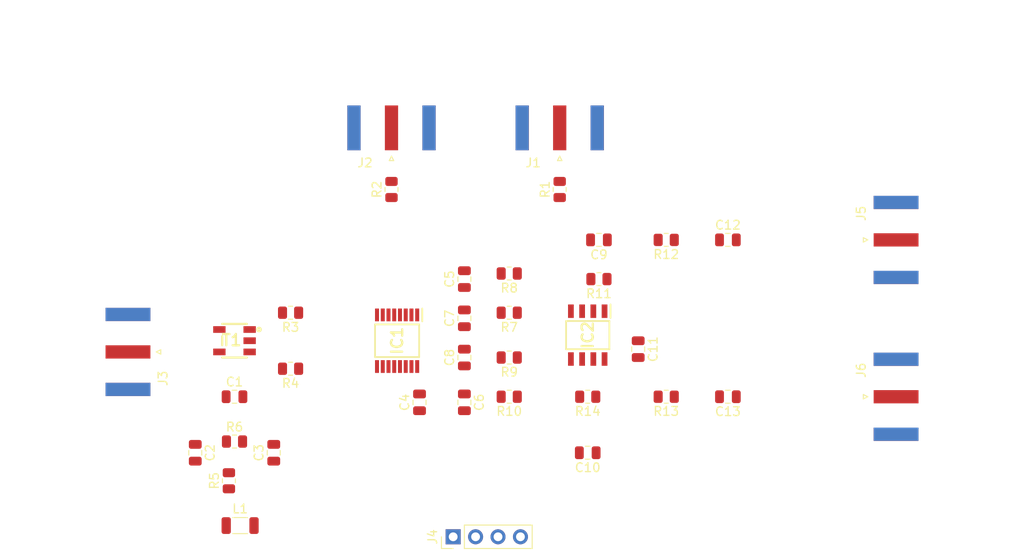
<source format=kicad_pcb>
(kicad_pcb (version 20171130) (host pcbnew 5.1.9-5.1.9)

  (general
    (thickness 1.6)
    (drawings 0)
    (tracks 0)
    (zones 0)
    (modules 37)
    (nets 31)
  )

  (page A4)
  (layers
    (0 F.Cu signal)
    (31 B.Cu signal)
    (32 B.Adhes user)
    (33 F.Adhes user)
    (34 B.Paste user)
    (35 F.Paste user)
    (36 B.SilkS user)
    (37 F.SilkS user)
    (38 B.Mask user)
    (39 F.Mask user)
    (40 Dwgs.User user)
    (41 Cmts.User user)
    (42 Eco1.User user)
    (43 Eco2.User user)
    (44 Edge.Cuts user)
    (45 Margin user)
    (46 B.CrtYd user)
    (47 F.CrtYd user)
    (48 B.Fab user)
    (49 F.Fab user)
  )

  (setup
    (last_trace_width 0.25)
    (trace_clearance 0.2)
    (zone_clearance 0.508)
    (zone_45_only no)
    (trace_min 0.2)
    (via_size 0.8)
    (via_drill 0.4)
    (via_min_size 0.4)
    (via_min_drill 0.3)
    (uvia_size 0.3)
    (uvia_drill 0.1)
    (uvias_allowed no)
    (uvia_min_size 0.2)
    (uvia_min_drill 0.1)
    (edge_width 0.05)
    (segment_width 0.2)
    (pcb_text_width 0.3)
    (pcb_text_size 1.5 1.5)
    (mod_edge_width 0.12)
    (mod_text_size 1 1)
    (mod_text_width 0.15)
    (pad_size 1.524 1.524)
    (pad_drill 0.762)
    (pad_to_mask_clearance 0)
    (aux_axis_origin 0 0)
    (visible_elements FFFFFF7F)
    (pcbplotparams
      (layerselection 0x010fc_ffffffff)
      (usegerberextensions false)
      (usegerberattributes true)
      (usegerberadvancedattributes true)
      (creategerberjobfile true)
      (excludeedgelayer true)
      (linewidth 0.100000)
      (plotframeref false)
      (viasonmask false)
      (mode 1)
      (useauxorigin false)
      (hpglpennumber 1)
      (hpglpenspeed 20)
      (hpglpendiameter 15.000000)
      (psnegative false)
      (psa4output false)
      (plotreference true)
      (plotvalue true)
      (plotinvisibletext false)
      (padsonsilk false)
      (subtractmaskfromsilk false)
      (outputformat 1)
      (mirror false)
      (drillshape 1)
      (scaleselection 1)
      (outputdirectory ""))
  )

  (net 0 "")
  (net 1 "Net-(C1-Pad1)")
  (net 2 GND)
  (net 3 "Net-(C3-Pad1)")
  (net 4 VCC)
  (net 5 "Net-(C5-Pad2)")
  (net 6 "Net-(C6-Pad1)")
  (net 7 "Net-(C7-Pad2)")
  (net 8 "Net-(C8-Pad1)")
  (net 9 "Net-(C9-Pad1)")
  (net 10 "Net-(C9-Pad2)")
  (net 11 "Net-(C10-Pad2)")
  (net 12 "Net-(C10-Pad1)")
  (net 13 VAA)
  (net 14 "Net-(C12-Pad2)")
  (net 15 "Net-(C12-Pad1)")
  (net 16 "Net-(C13-Pad1)")
  (net 17 "Net-(C13-Pad2)")
  (net 18 PTT)
  (net 19 "Net-(IC1-Pad2)")
  (net 20 "Net-(IC1-Pad7)")
  (net 21 "Net-(IC1-Pad9)")
  (net 22 "Net-(IC1-Pad14)")
  (net 23 "Net-(IC2-Pad3)")
  (net 24 "Net-(IC2-Pad5)")
  (net 25 "Net-(J1-Pad1)")
  (net 26 "Net-(J2-Pad1)")
  (net 27 "Net-(J3-Pad2)")
  (net 28 "Net-(J3-Pad1)")
  (net 29 "Net-(R3-Pad2)")
  (net 30 "Net-(R4-Pad2)")

  (net_class Default "This is the default net class."
    (clearance 0.2)
    (trace_width 0.25)
    (via_dia 0.8)
    (via_drill 0.4)
    (uvia_dia 0.3)
    (uvia_drill 0.1)
    (add_net GND)
    (add_net "Net-(C1-Pad1)")
    (add_net "Net-(C10-Pad1)")
    (add_net "Net-(C10-Pad2)")
    (add_net "Net-(C12-Pad1)")
    (add_net "Net-(C12-Pad2)")
    (add_net "Net-(C13-Pad1)")
    (add_net "Net-(C13-Pad2)")
    (add_net "Net-(C3-Pad1)")
    (add_net "Net-(C5-Pad2)")
    (add_net "Net-(C6-Pad1)")
    (add_net "Net-(C7-Pad2)")
    (add_net "Net-(C8-Pad1)")
    (add_net "Net-(C9-Pad1)")
    (add_net "Net-(C9-Pad2)")
    (add_net "Net-(IC1-Pad14)")
    (add_net "Net-(IC1-Pad2)")
    (add_net "Net-(IC1-Pad7)")
    (add_net "Net-(IC1-Pad9)")
    (add_net "Net-(IC2-Pad3)")
    (add_net "Net-(IC2-Pad5)")
    (add_net "Net-(J1-Pad1)")
    (add_net "Net-(J2-Pad1)")
    (add_net "Net-(J3-Pad1)")
    (add_net "Net-(J3-Pad2)")
    (add_net "Net-(R3-Pad2)")
    (add_net "Net-(R4-Pad2)")
    (add_net PTT)
    (add_net VAA)
    (add_net VCC)
  )

  (module Capacitor_SMD:C_0805_2012Metric (layer F.Cu) (tedit 5F68FEEE) (tstamp 601B15F7)
    (at 109.855 112.395)
    (descr "Capacitor SMD 0805 (2012 Metric), square (rectangular) end terminal, IPC_7351 nominal, (Body size source: IPC-SM-782 page 76, https://www.pcb-3d.com/wordpress/wp-content/uploads/ipc-sm-782a_amendment_1_and_2.pdf, https://docs.google.com/spreadsheets/d/1BsfQQcO9C6DZCsRaXUlFlo91Tg2WpOkGARC1WS5S8t0/edit?usp=sharing), generated with kicad-footprint-generator")
    (tags capacitor)
    (path /602591A6)
    (attr smd)
    (fp_text reference C1 (at 0 -1.68) (layer F.SilkS)
      (effects (font (size 1 1) (thickness 0.15)))
    )
    (fp_text value 100nF (at 0 1.68) (layer F.Fab)
      (effects (font (size 1 1) (thickness 0.15)))
    )
    (fp_line (start 1.7 0.98) (end -1.7 0.98) (layer F.CrtYd) (width 0.05))
    (fp_line (start 1.7 -0.98) (end 1.7 0.98) (layer F.CrtYd) (width 0.05))
    (fp_line (start -1.7 -0.98) (end 1.7 -0.98) (layer F.CrtYd) (width 0.05))
    (fp_line (start -1.7 0.98) (end -1.7 -0.98) (layer F.CrtYd) (width 0.05))
    (fp_line (start -0.261252 0.735) (end 0.261252 0.735) (layer F.SilkS) (width 0.12))
    (fp_line (start -0.261252 -0.735) (end 0.261252 -0.735) (layer F.SilkS) (width 0.12))
    (fp_line (start 1 0.625) (end -1 0.625) (layer F.Fab) (width 0.1))
    (fp_line (start 1 -0.625) (end 1 0.625) (layer F.Fab) (width 0.1))
    (fp_line (start -1 -0.625) (end 1 -0.625) (layer F.Fab) (width 0.1))
    (fp_line (start -1 0.625) (end -1 -0.625) (layer F.Fab) (width 0.1))
    (fp_text user %R (at 0 0) (layer F.Fab)
      (effects (font (size 0.5 0.5) (thickness 0.08)))
    )
    (pad 1 smd roundrect (at -0.95 0) (size 1 1.45) (layers F.Cu F.Paste F.Mask) (roundrect_rratio 0.25)
      (net 1 "Net-(C1-Pad1)"))
    (pad 2 smd roundrect (at 0.95 0) (size 1 1.45) (layers F.Cu F.Paste F.Mask) (roundrect_rratio 0.25)
      (net 2 GND))
    (model ${KISYS3DMOD}/Capacitor_SMD.3dshapes/C_0805_2012Metric.wrl
      (at (xyz 0 0 0))
      (scale (xyz 1 1 1))
      (rotate (xyz 0 0 0))
    )
  )

  (module Capacitor_SMD:C_0805_2012Metric (layer F.Cu) (tedit 5F68FEEE) (tstamp 601B1608)
    (at 105.41 118.745 270)
    (descr "Capacitor SMD 0805 (2012 Metric), square (rectangular) end terminal, IPC_7351 nominal, (Body size source: IPC-SM-782 page 76, https://www.pcb-3d.com/wordpress/wp-content/uploads/ipc-sm-782a_amendment_1_and_2.pdf, https://docs.google.com/spreadsheets/d/1BsfQQcO9C6DZCsRaXUlFlo91Tg2WpOkGARC1WS5S8t0/edit?usp=sharing), generated with kicad-footprint-generator")
    (tags capacitor)
    (path /6025A15C)
    (attr smd)
    (fp_text reference C2 (at 0 -1.68 90) (layer F.SilkS)
      (effects (font (size 1 1) (thickness 0.15)))
    )
    (fp_text value 10nF (at 0 1.68 90) (layer F.Fab)
      (effects (font (size 1 1) (thickness 0.15)))
    )
    (fp_text user %R (at 0 0 90) (layer F.Fab)
      (effects (font (size 0.5 0.5) (thickness 0.08)))
    )
    (fp_line (start -1 0.625) (end -1 -0.625) (layer F.Fab) (width 0.1))
    (fp_line (start -1 -0.625) (end 1 -0.625) (layer F.Fab) (width 0.1))
    (fp_line (start 1 -0.625) (end 1 0.625) (layer F.Fab) (width 0.1))
    (fp_line (start 1 0.625) (end -1 0.625) (layer F.Fab) (width 0.1))
    (fp_line (start -0.261252 -0.735) (end 0.261252 -0.735) (layer F.SilkS) (width 0.12))
    (fp_line (start -0.261252 0.735) (end 0.261252 0.735) (layer F.SilkS) (width 0.12))
    (fp_line (start -1.7 0.98) (end -1.7 -0.98) (layer F.CrtYd) (width 0.05))
    (fp_line (start -1.7 -0.98) (end 1.7 -0.98) (layer F.CrtYd) (width 0.05))
    (fp_line (start 1.7 -0.98) (end 1.7 0.98) (layer F.CrtYd) (width 0.05))
    (fp_line (start 1.7 0.98) (end -1.7 0.98) (layer F.CrtYd) (width 0.05))
    (pad 2 smd roundrect (at 0.95 0 270) (size 1 1.45) (layers F.Cu F.Paste F.Mask) (roundrect_rratio 0.25)
      (net 2 GND))
    (pad 1 smd roundrect (at -0.95 0 270) (size 1 1.45) (layers F.Cu F.Paste F.Mask) (roundrect_rratio 0.25)
      (net 1 "Net-(C1-Pad1)"))
    (model ${KISYS3DMOD}/Capacitor_SMD.3dshapes/C_0805_2012Metric.wrl
      (at (xyz 0 0 0))
      (scale (xyz 1 1 1))
      (rotate (xyz 0 0 0))
    )
  )

  (module Capacitor_SMD:C_0805_2012Metric (layer F.Cu) (tedit 5F68FEEE) (tstamp 601B1619)
    (at 114.3 118.745 90)
    (descr "Capacitor SMD 0805 (2012 Metric), square (rectangular) end terminal, IPC_7351 nominal, (Body size source: IPC-SM-782 page 76, https://www.pcb-3d.com/wordpress/wp-content/uploads/ipc-sm-782a_amendment_1_and_2.pdf, https://docs.google.com/spreadsheets/d/1BsfQQcO9C6DZCsRaXUlFlo91Tg2WpOkGARC1WS5S8t0/edit?usp=sharing), generated with kicad-footprint-generator")
    (tags capacitor)
    (path /60258686)
    (attr smd)
    (fp_text reference C3 (at 0 -1.68 90) (layer F.SilkS)
      (effects (font (size 1 1) (thickness 0.15)))
    )
    (fp_text value 100nF (at 0 1.68 90) (layer F.Fab)
      (effects (font (size 1 1) (thickness 0.15)))
    )
    (fp_text user %R (at 0 0 90) (layer F.Fab)
      (effects (font (size 0.5 0.5) (thickness 0.08)))
    )
    (fp_line (start -1 0.625) (end -1 -0.625) (layer F.Fab) (width 0.1))
    (fp_line (start -1 -0.625) (end 1 -0.625) (layer F.Fab) (width 0.1))
    (fp_line (start 1 -0.625) (end 1 0.625) (layer F.Fab) (width 0.1))
    (fp_line (start 1 0.625) (end -1 0.625) (layer F.Fab) (width 0.1))
    (fp_line (start -0.261252 -0.735) (end 0.261252 -0.735) (layer F.SilkS) (width 0.12))
    (fp_line (start -0.261252 0.735) (end 0.261252 0.735) (layer F.SilkS) (width 0.12))
    (fp_line (start -1.7 0.98) (end -1.7 -0.98) (layer F.CrtYd) (width 0.05))
    (fp_line (start -1.7 -0.98) (end 1.7 -0.98) (layer F.CrtYd) (width 0.05))
    (fp_line (start 1.7 -0.98) (end 1.7 0.98) (layer F.CrtYd) (width 0.05))
    (fp_line (start 1.7 0.98) (end -1.7 0.98) (layer F.CrtYd) (width 0.05))
    (pad 2 smd roundrect (at 0.95 0 90) (size 1 1.45) (layers F.Cu F.Paste F.Mask) (roundrect_rratio 0.25)
      (net 2 GND))
    (pad 1 smd roundrect (at -0.95 0 90) (size 1 1.45) (layers F.Cu F.Paste F.Mask) (roundrect_rratio 0.25)
      (net 3 "Net-(C3-Pad1)"))
    (model ${KISYS3DMOD}/Capacitor_SMD.3dshapes/C_0805_2012Metric.wrl
      (at (xyz 0 0 0))
      (scale (xyz 1 1 1))
      (rotate (xyz 0 0 0))
    )
  )

  (module Capacitor_SMD:C_0805_2012Metric (layer F.Cu) (tedit 5F68FEEE) (tstamp 601B162A)
    (at 130.81 113.03 90)
    (descr "Capacitor SMD 0805 (2012 Metric), square (rectangular) end terminal, IPC_7351 nominal, (Body size source: IPC-SM-782 page 76, https://www.pcb-3d.com/wordpress/wp-content/uploads/ipc-sm-782a_amendment_1_and_2.pdf, https://docs.google.com/spreadsheets/d/1BsfQQcO9C6DZCsRaXUlFlo91Tg2WpOkGARC1WS5S8t0/edit?usp=sharing), generated with kicad-footprint-generator")
    (tags capacitor)
    (path /602A07EC)
    (attr smd)
    (fp_text reference C4 (at 0 -1.68 90) (layer F.SilkS)
      (effects (font (size 1 1) (thickness 0.15)))
    )
    (fp_text value 100nF (at 0 1.68 90) (layer F.Fab)
      (effects (font (size 1 1) (thickness 0.15)))
    )
    (fp_text user %R (at 0 0 90) (layer F.Fab)
      (effects (font (size 0.5 0.5) (thickness 0.08)))
    )
    (fp_line (start -1 0.625) (end -1 -0.625) (layer F.Fab) (width 0.1))
    (fp_line (start -1 -0.625) (end 1 -0.625) (layer F.Fab) (width 0.1))
    (fp_line (start 1 -0.625) (end 1 0.625) (layer F.Fab) (width 0.1))
    (fp_line (start 1 0.625) (end -1 0.625) (layer F.Fab) (width 0.1))
    (fp_line (start -0.261252 -0.735) (end 0.261252 -0.735) (layer F.SilkS) (width 0.12))
    (fp_line (start -0.261252 0.735) (end 0.261252 0.735) (layer F.SilkS) (width 0.12))
    (fp_line (start -1.7 0.98) (end -1.7 -0.98) (layer F.CrtYd) (width 0.05))
    (fp_line (start -1.7 -0.98) (end 1.7 -0.98) (layer F.CrtYd) (width 0.05))
    (fp_line (start 1.7 -0.98) (end 1.7 0.98) (layer F.CrtYd) (width 0.05))
    (fp_line (start 1.7 0.98) (end -1.7 0.98) (layer F.CrtYd) (width 0.05))
    (pad 2 smd roundrect (at 0.95 0 90) (size 1 1.45) (layers F.Cu F.Paste F.Mask) (roundrect_rratio 0.25)
      (net 4 VCC))
    (pad 1 smd roundrect (at -0.95 0 90) (size 1 1.45) (layers F.Cu F.Paste F.Mask) (roundrect_rratio 0.25)
      (net 2 GND))
    (model ${KISYS3DMOD}/Capacitor_SMD.3dshapes/C_0805_2012Metric.wrl
      (at (xyz 0 0 0))
      (scale (xyz 1 1 1))
      (rotate (xyz 0 0 0))
    )
  )

  (module Capacitor_SMD:C_0805_2012Metric (layer F.Cu) (tedit 5F68FEEE) (tstamp 601B163B)
    (at 135.89 99.06 90)
    (descr "Capacitor SMD 0805 (2012 Metric), square (rectangular) end terminal, IPC_7351 nominal, (Body size source: IPC-SM-782 page 76, https://www.pcb-3d.com/wordpress/wp-content/uploads/ipc-sm-782a_amendment_1_and_2.pdf, https://docs.google.com/spreadsheets/d/1BsfQQcO9C6DZCsRaXUlFlo91Tg2WpOkGARC1WS5S8t0/edit?usp=sharing), generated with kicad-footprint-generator")
    (tags capacitor)
    (path /60186C0E)
    (attr smd)
    (fp_text reference C5 (at 0 -1.68 90) (layer F.SilkS)
      (effects (font (size 1 1) (thickness 0.15)))
    )
    (fp_text value 22nF (at 0 1.68 90) (layer F.Fab)
      (effects (font (size 1 1) (thickness 0.15)))
    )
    (fp_line (start 1.7 0.98) (end -1.7 0.98) (layer F.CrtYd) (width 0.05))
    (fp_line (start 1.7 -0.98) (end 1.7 0.98) (layer F.CrtYd) (width 0.05))
    (fp_line (start -1.7 -0.98) (end 1.7 -0.98) (layer F.CrtYd) (width 0.05))
    (fp_line (start -1.7 0.98) (end -1.7 -0.98) (layer F.CrtYd) (width 0.05))
    (fp_line (start -0.261252 0.735) (end 0.261252 0.735) (layer F.SilkS) (width 0.12))
    (fp_line (start -0.261252 -0.735) (end 0.261252 -0.735) (layer F.SilkS) (width 0.12))
    (fp_line (start 1 0.625) (end -1 0.625) (layer F.Fab) (width 0.1))
    (fp_line (start 1 -0.625) (end 1 0.625) (layer F.Fab) (width 0.1))
    (fp_line (start -1 -0.625) (end 1 -0.625) (layer F.Fab) (width 0.1))
    (fp_line (start -1 0.625) (end -1 -0.625) (layer F.Fab) (width 0.1))
    (fp_text user %R (at 0 0 90) (layer F.Fab)
      (effects (font (size 0.5 0.5) (thickness 0.08)))
    )
    (pad 1 smd roundrect (at -0.95 0 90) (size 1 1.45) (layers F.Cu F.Paste F.Mask) (roundrect_rratio 0.25)
      (net 2 GND))
    (pad 2 smd roundrect (at 0.95 0 90) (size 1 1.45) (layers F.Cu F.Paste F.Mask) (roundrect_rratio 0.25)
      (net 5 "Net-(C5-Pad2)"))
    (model ${KISYS3DMOD}/Capacitor_SMD.3dshapes/C_0805_2012Metric.wrl
      (at (xyz 0 0 0))
      (scale (xyz 1 1 1))
      (rotate (xyz 0 0 0))
    )
  )

  (module Capacitor_SMD:C_0805_2012Metric (layer F.Cu) (tedit 5F68FEEE) (tstamp 601B164C)
    (at 135.89 113.03 270)
    (descr "Capacitor SMD 0805 (2012 Metric), square (rectangular) end terminal, IPC_7351 nominal, (Body size source: IPC-SM-782 page 76, https://www.pcb-3d.com/wordpress/wp-content/uploads/ipc-sm-782a_amendment_1_and_2.pdf, https://docs.google.com/spreadsheets/d/1BsfQQcO9C6DZCsRaXUlFlo91Tg2WpOkGARC1WS5S8t0/edit?usp=sharing), generated with kicad-footprint-generator")
    (tags capacitor)
    (path /60187A47)
    (attr smd)
    (fp_text reference C6 (at 0 -1.68 90) (layer F.SilkS)
      (effects (font (size 1 1) (thickness 0.15)))
    )
    (fp_text value 22nF (at 0 1.68 90) (layer F.Fab)
      (effects (font (size 1 1) (thickness 0.15)))
    )
    (fp_line (start 1.7 0.98) (end -1.7 0.98) (layer F.CrtYd) (width 0.05))
    (fp_line (start 1.7 -0.98) (end 1.7 0.98) (layer F.CrtYd) (width 0.05))
    (fp_line (start -1.7 -0.98) (end 1.7 -0.98) (layer F.CrtYd) (width 0.05))
    (fp_line (start -1.7 0.98) (end -1.7 -0.98) (layer F.CrtYd) (width 0.05))
    (fp_line (start -0.261252 0.735) (end 0.261252 0.735) (layer F.SilkS) (width 0.12))
    (fp_line (start -0.261252 -0.735) (end 0.261252 -0.735) (layer F.SilkS) (width 0.12))
    (fp_line (start 1 0.625) (end -1 0.625) (layer F.Fab) (width 0.1))
    (fp_line (start 1 -0.625) (end 1 0.625) (layer F.Fab) (width 0.1))
    (fp_line (start -1 -0.625) (end 1 -0.625) (layer F.Fab) (width 0.1))
    (fp_line (start -1 0.625) (end -1 -0.625) (layer F.Fab) (width 0.1))
    (fp_text user %R (at 0 0 90) (layer F.Fab)
      (effects (font (size 0.5 0.5) (thickness 0.08)))
    )
    (pad 1 smd roundrect (at -0.95 0 270) (size 1 1.45) (layers F.Cu F.Paste F.Mask) (roundrect_rratio 0.25)
      (net 6 "Net-(C6-Pad1)"))
    (pad 2 smd roundrect (at 0.95 0 270) (size 1 1.45) (layers F.Cu F.Paste F.Mask) (roundrect_rratio 0.25)
      (net 2 GND))
    (model ${KISYS3DMOD}/Capacitor_SMD.3dshapes/C_0805_2012Metric.wrl
      (at (xyz 0 0 0))
      (scale (xyz 1 1 1))
      (rotate (xyz 0 0 0))
    )
  )

  (module Capacitor_SMD:C_0805_2012Metric (layer F.Cu) (tedit 5F68FEEE) (tstamp 601B165D)
    (at 135.89 103.505 90)
    (descr "Capacitor SMD 0805 (2012 Metric), square (rectangular) end terminal, IPC_7351 nominal, (Body size source: IPC-SM-782 page 76, https://www.pcb-3d.com/wordpress/wp-content/uploads/ipc-sm-782a_amendment_1_and_2.pdf, https://docs.google.com/spreadsheets/d/1BsfQQcO9C6DZCsRaXUlFlo91Tg2WpOkGARC1WS5S8t0/edit?usp=sharing), generated with kicad-footprint-generator")
    (tags capacitor)
    (path /60184D0E)
    (attr smd)
    (fp_text reference C7 (at 0 -1.68 90) (layer F.SilkS)
      (effects (font (size 1 1) (thickness 0.15)))
    )
    (fp_text value 22nF (at 0 1.68 90) (layer F.Fab)
      (effects (font (size 1 1) (thickness 0.15)))
    )
    (fp_text user %R (at 0 0 90) (layer F.Fab)
      (effects (font (size 0.5 0.5) (thickness 0.08)))
    )
    (fp_line (start -1 0.625) (end -1 -0.625) (layer F.Fab) (width 0.1))
    (fp_line (start -1 -0.625) (end 1 -0.625) (layer F.Fab) (width 0.1))
    (fp_line (start 1 -0.625) (end 1 0.625) (layer F.Fab) (width 0.1))
    (fp_line (start 1 0.625) (end -1 0.625) (layer F.Fab) (width 0.1))
    (fp_line (start -0.261252 -0.735) (end 0.261252 -0.735) (layer F.SilkS) (width 0.12))
    (fp_line (start -0.261252 0.735) (end 0.261252 0.735) (layer F.SilkS) (width 0.12))
    (fp_line (start -1.7 0.98) (end -1.7 -0.98) (layer F.CrtYd) (width 0.05))
    (fp_line (start -1.7 -0.98) (end 1.7 -0.98) (layer F.CrtYd) (width 0.05))
    (fp_line (start 1.7 -0.98) (end 1.7 0.98) (layer F.CrtYd) (width 0.05))
    (fp_line (start 1.7 0.98) (end -1.7 0.98) (layer F.CrtYd) (width 0.05))
    (pad 2 smd roundrect (at 0.95 0 90) (size 1 1.45) (layers F.Cu F.Paste F.Mask) (roundrect_rratio 0.25)
      (net 7 "Net-(C7-Pad2)"))
    (pad 1 smd roundrect (at -0.95 0 90) (size 1 1.45) (layers F.Cu F.Paste F.Mask) (roundrect_rratio 0.25)
      (net 2 GND))
    (model ${KISYS3DMOD}/Capacitor_SMD.3dshapes/C_0805_2012Metric.wrl
      (at (xyz 0 0 0))
      (scale (xyz 1 1 1))
      (rotate (xyz 0 0 0))
    )
  )

  (module Capacitor_SMD:C_0805_2012Metric (layer F.Cu) (tedit 5F68FEEE) (tstamp 601B166E)
    (at 135.89 107.95 90)
    (descr "Capacitor SMD 0805 (2012 Metric), square (rectangular) end terminal, IPC_7351 nominal, (Body size source: IPC-SM-782 page 76, https://www.pcb-3d.com/wordpress/wp-content/uploads/ipc-sm-782a_amendment_1_and_2.pdf, https://docs.google.com/spreadsheets/d/1BsfQQcO9C6DZCsRaXUlFlo91Tg2WpOkGARC1WS5S8t0/edit?usp=sharing), generated with kicad-footprint-generator")
    (tags capacitor)
    (path /60187327)
    (attr smd)
    (fp_text reference C8 (at 0 -1.68 90) (layer F.SilkS)
      (effects (font (size 1 1) (thickness 0.15)))
    )
    (fp_text value 22nF (at 0 1.68 90) (layer F.Fab)
      (effects (font (size 1 1) (thickness 0.15)))
    )
    (fp_line (start 1.7 0.98) (end -1.7 0.98) (layer F.CrtYd) (width 0.05))
    (fp_line (start 1.7 -0.98) (end 1.7 0.98) (layer F.CrtYd) (width 0.05))
    (fp_line (start -1.7 -0.98) (end 1.7 -0.98) (layer F.CrtYd) (width 0.05))
    (fp_line (start -1.7 0.98) (end -1.7 -0.98) (layer F.CrtYd) (width 0.05))
    (fp_line (start -0.261252 0.735) (end 0.261252 0.735) (layer F.SilkS) (width 0.12))
    (fp_line (start -0.261252 -0.735) (end 0.261252 -0.735) (layer F.SilkS) (width 0.12))
    (fp_line (start 1 0.625) (end -1 0.625) (layer F.Fab) (width 0.1))
    (fp_line (start 1 -0.625) (end 1 0.625) (layer F.Fab) (width 0.1))
    (fp_line (start -1 -0.625) (end 1 -0.625) (layer F.Fab) (width 0.1))
    (fp_line (start -1 0.625) (end -1 -0.625) (layer F.Fab) (width 0.1))
    (fp_text user %R (at 0 0 90) (layer F.Fab)
      (effects (font (size 0.5 0.5) (thickness 0.08)))
    )
    (pad 1 smd roundrect (at -0.95 0 90) (size 1 1.45) (layers F.Cu F.Paste F.Mask) (roundrect_rratio 0.25)
      (net 8 "Net-(C8-Pad1)"))
    (pad 2 smd roundrect (at 0.95 0 90) (size 1 1.45) (layers F.Cu F.Paste F.Mask) (roundrect_rratio 0.25)
      (net 2 GND))
    (model ${KISYS3DMOD}/Capacitor_SMD.3dshapes/C_0805_2012Metric.wrl
      (at (xyz 0 0 0))
      (scale (xyz 1 1 1))
      (rotate (xyz 0 0 0))
    )
  )

  (module Capacitor_SMD:C_0805_2012Metric (layer F.Cu) (tedit 5F68FEEE) (tstamp 601B167F)
    (at 151.13 94.615 180)
    (descr "Capacitor SMD 0805 (2012 Metric), square (rectangular) end terminal, IPC_7351 nominal, (Body size source: IPC-SM-782 page 76, https://www.pcb-3d.com/wordpress/wp-content/uploads/ipc-sm-782a_amendment_1_and_2.pdf, https://docs.google.com/spreadsheets/d/1BsfQQcO9C6DZCsRaXUlFlo91Tg2WpOkGARC1WS5S8t0/edit?usp=sharing), generated with kicad-footprint-generator")
    (tags capacitor)
    (path /601BB3BE)
    (attr smd)
    (fp_text reference C9 (at 0 -1.68) (layer F.SilkS)
      (effects (font (size 1 1) (thickness 0.15)))
    )
    (fp_text value 390 (at 0 1.68) (layer F.Fab)
      (effects (font (size 1 1) (thickness 0.15)))
    )
    (fp_line (start 1.7 0.98) (end -1.7 0.98) (layer F.CrtYd) (width 0.05))
    (fp_line (start 1.7 -0.98) (end 1.7 0.98) (layer F.CrtYd) (width 0.05))
    (fp_line (start -1.7 -0.98) (end 1.7 -0.98) (layer F.CrtYd) (width 0.05))
    (fp_line (start -1.7 0.98) (end -1.7 -0.98) (layer F.CrtYd) (width 0.05))
    (fp_line (start -0.261252 0.735) (end 0.261252 0.735) (layer F.SilkS) (width 0.12))
    (fp_line (start -0.261252 -0.735) (end 0.261252 -0.735) (layer F.SilkS) (width 0.12))
    (fp_line (start 1 0.625) (end -1 0.625) (layer F.Fab) (width 0.1))
    (fp_line (start 1 -0.625) (end 1 0.625) (layer F.Fab) (width 0.1))
    (fp_line (start -1 -0.625) (end 1 -0.625) (layer F.Fab) (width 0.1))
    (fp_line (start -1 0.625) (end -1 -0.625) (layer F.Fab) (width 0.1))
    (fp_text user %R (at 0 0) (layer F.Fab)
      (effects (font (size 0.5 0.5) (thickness 0.08)))
    )
    (pad 1 smd roundrect (at -0.95 0 180) (size 1 1.45) (layers F.Cu F.Paste F.Mask) (roundrect_rratio 0.25)
      (net 9 "Net-(C9-Pad1)"))
    (pad 2 smd roundrect (at 0.95 0 180) (size 1 1.45) (layers F.Cu F.Paste F.Mask) (roundrect_rratio 0.25)
      (net 10 "Net-(C9-Pad2)"))
    (model ${KISYS3DMOD}/Capacitor_SMD.3dshapes/C_0805_2012Metric.wrl
      (at (xyz 0 0 0))
      (scale (xyz 1 1 1))
      (rotate (xyz 0 0 0))
    )
  )

  (module Capacitor_SMD:C_0805_2012Metric (layer F.Cu) (tedit 5F68FEEE) (tstamp 601B1690)
    (at 149.86 118.745 180)
    (descr "Capacitor SMD 0805 (2012 Metric), square (rectangular) end terminal, IPC_7351 nominal, (Body size source: IPC-SM-782 page 76, https://www.pcb-3d.com/wordpress/wp-content/uploads/ipc-sm-782a_amendment_1_and_2.pdf, https://docs.google.com/spreadsheets/d/1BsfQQcO9C6DZCsRaXUlFlo91Tg2WpOkGARC1WS5S8t0/edit?usp=sharing), generated with kicad-footprint-generator")
    (tags capacitor)
    (path /601C8840)
    (attr smd)
    (fp_text reference C10 (at 0 -1.68) (layer F.SilkS)
      (effects (font (size 1 1) (thickness 0.15)))
    )
    (fp_text value 390 (at 0 1.68) (layer F.Fab)
      (effects (font (size 1 1) (thickness 0.15)))
    )
    (fp_text user %R (at 0 0) (layer F.Fab)
      (effects (font (size 0.5 0.5) (thickness 0.08)))
    )
    (fp_line (start -1 0.625) (end -1 -0.625) (layer F.Fab) (width 0.1))
    (fp_line (start -1 -0.625) (end 1 -0.625) (layer F.Fab) (width 0.1))
    (fp_line (start 1 -0.625) (end 1 0.625) (layer F.Fab) (width 0.1))
    (fp_line (start 1 0.625) (end -1 0.625) (layer F.Fab) (width 0.1))
    (fp_line (start -0.261252 -0.735) (end 0.261252 -0.735) (layer F.SilkS) (width 0.12))
    (fp_line (start -0.261252 0.735) (end 0.261252 0.735) (layer F.SilkS) (width 0.12))
    (fp_line (start -1.7 0.98) (end -1.7 -0.98) (layer F.CrtYd) (width 0.05))
    (fp_line (start -1.7 -0.98) (end 1.7 -0.98) (layer F.CrtYd) (width 0.05))
    (fp_line (start 1.7 -0.98) (end 1.7 0.98) (layer F.CrtYd) (width 0.05))
    (fp_line (start 1.7 0.98) (end -1.7 0.98) (layer F.CrtYd) (width 0.05))
    (pad 2 smd roundrect (at 0.95 0 180) (size 1 1.45) (layers F.Cu F.Paste F.Mask) (roundrect_rratio 0.25)
      (net 11 "Net-(C10-Pad2)"))
    (pad 1 smd roundrect (at -0.95 0 180) (size 1 1.45) (layers F.Cu F.Paste F.Mask) (roundrect_rratio 0.25)
      (net 12 "Net-(C10-Pad1)"))
    (model ${KISYS3DMOD}/Capacitor_SMD.3dshapes/C_0805_2012Metric.wrl
      (at (xyz 0 0 0))
      (scale (xyz 1 1 1))
      (rotate (xyz 0 0 0))
    )
  )

  (module Capacitor_SMD:C_0805_2012Metric (layer F.Cu) (tedit 5F68FEEE) (tstamp 601B16A1)
    (at 155.575 107 270)
    (descr "Capacitor SMD 0805 (2012 Metric), square (rectangular) end terminal, IPC_7351 nominal, (Body size source: IPC-SM-782 page 76, https://www.pcb-3d.com/wordpress/wp-content/uploads/ipc-sm-782a_amendment_1_and_2.pdf, https://docs.google.com/spreadsheets/d/1BsfQQcO9C6DZCsRaXUlFlo91Tg2WpOkGARC1WS5S8t0/edit?usp=sharing), generated with kicad-footprint-generator")
    (tags capacitor)
    (path /6015D74E)
    (attr smd)
    (fp_text reference C11 (at 0 -1.68 90) (layer F.SilkS)
      (effects (font (size 1 1) (thickness 0.15)))
    )
    (fp_text value 100nF (at 0 1.68 90) (layer F.Fab)
      (effects (font (size 1 1) (thickness 0.15)))
    )
    (fp_line (start 1.7 0.98) (end -1.7 0.98) (layer F.CrtYd) (width 0.05))
    (fp_line (start 1.7 -0.98) (end 1.7 0.98) (layer F.CrtYd) (width 0.05))
    (fp_line (start -1.7 -0.98) (end 1.7 -0.98) (layer F.CrtYd) (width 0.05))
    (fp_line (start -1.7 0.98) (end -1.7 -0.98) (layer F.CrtYd) (width 0.05))
    (fp_line (start -0.261252 0.735) (end 0.261252 0.735) (layer F.SilkS) (width 0.12))
    (fp_line (start -0.261252 -0.735) (end 0.261252 -0.735) (layer F.SilkS) (width 0.12))
    (fp_line (start 1 0.625) (end -1 0.625) (layer F.Fab) (width 0.1))
    (fp_line (start 1 -0.625) (end 1 0.625) (layer F.Fab) (width 0.1))
    (fp_line (start -1 -0.625) (end 1 -0.625) (layer F.Fab) (width 0.1))
    (fp_line (start -1 0.625) (end -1 -0.625) (layer F.Fab) (width 0.1))
    (fp_text user %R (at 0 0 90) (layer F.Fab)
      (effects (font (size 0.5 0.5) (thickness 0.08)))
    )
    (pad 1 smd roundrect (at -0.95 0 270) (size 1 1.45) (layers F.Cu F.Paste F.Mask) (roundrect_rratio 0.25)
      (net 2 GND))
    (pad 2 smd roundrect (at 0.95 0 270) (size 1 1.45) (layers F.Cu F.Paste F.Mask) (roundrect_rratio 0.25)
      (net 13 VAA))
    (model ${KISYS3DMOD}/Capacitor_SMD.3dshapes/C_0805_2012Metric.wrl
      (at (xyz 0 0 0))
      (scale (xyz 1 1 1))
      (rotate (xyz 0 0 0))
    )
  )

  (module Capacitor_SMD:C_0805_2012Metric (layer F.Cu) (tedit 5F68FEEE) (tstamp 601B16B2)
    (at 165.735 94.615)
    (descr "Capacitor SMD 0805 (2012 Metric), square (rectangular) end terminal, IPC_7351 nominal, (Body size source: IPC-SM-782 page 76, https://www.pcb-3d.com/wordpress/wp-content/uploads/ipc-sm-782a_amendment_1_and_2.pdf, https://docs.google.com/spreadsheets/d/1BsfQQcO9C6DZCsRaXUlFlo91Tg2WpOkGARC1WS5S8t0/edit?usp=sharing), generated with kicad-footprint-generator")
    (tags capacitor)
    (path /6018E3D3)
    (attr smd)
    (fp_text reference C12 (at 0 -1.68) (layer F.SilkS)
      (effects (font (size 1 1) (thickness 0.15)))
    )
    (fp_text value 470nF (at 0 1.68) (layer F.Fab)
      (effects (font (size 1 1) (thickness 0.15)))
    )
    (fp_text user %R (at 0 0) (layer F.Fab)
      (effects (font (size 0.5 0.5) (thickness 0.08)))
    )
    (fp_line (start -1 0.625) (end -1 -0.625) (layer F.Fab) (width 0.1))
    (fp_line (start -1 -0.625) (end 1 -0.625) (layer F.Fab) (width 0.1))
    (fp_line (start 1 -0.625) (end 1 0.625) (layer F.Fab) (width 0.1))
    (fp_line (start 1 0.625) (end -1 0.625) (layer F.Fab) (width 0.1))
    (fp_line (start -0.261252 -0.735) (end 0.261252 -0.735) (layer F.SilkS) (width 0.12))
    (fp_line (start -0.261252 0.735) (end 0.261252 0.735) (layer F.SilkS) (width 0.12))
    (fp_line (start -1.7 0.98) (end -1.7 -0.98) (layer F.CrtYd) (width 0.05))
    (fp_line (start -1.7 -0.98) (end 1.7 -0.98) (layer F.CrtYd) (width 0.05))
    (fp_line (start 1.7 -0.98) (end 1.7 0.98) (layer F.CrtYd) (width 0.05))
    (fp_line (start 1.7 0.98) (end -1.7 0.98) (layer F.CrtYd) (width 0.05))
    (pad 2 smd roundrect (at 0.95 0) (size 1 1.45) (layers F.Cu F.Paste F.Mask) (roundrect_rratio 0.25)
      (net 14 "Net-(C12-Pad2)"))
    (pad 1 smd roundrect (at -0.95 0) (size 1 1.45) (layers F.Cu F.Paste F.Mask) (roundrect_rratio 0.25)
      (net 15 "Net-(C12-Pad1)"))
    (model ${KISYS3DMOD}/Capacitor_SMD.3dshapes/C_0805_2012Metric.wrl
      (at (xyz 0 0 0))
      (scale (xyz 1 1 1))
      (rotate (xyz 0 0 0))
    )
  )

  (module Capacitor_SMD:C_0805_2012Metric (layer F.Cu) (tedit 5F68FEEE) (tstamp 601B16C3)
    (at 165.735 112.395 180)
    (descr "Capacitor SMD 0805 (2012 Metric), square (rectangular) end terminal, IPC_7351 nominal, (Body size source: IPC-SM-782 page 76, https://www.pcb-3d.com/wordpress/wp-content/uploads/ipc-sm-782a_amendment_1_and_2.pdf, https://docs.google.com/spreadsheets/d/1BsfQQcO9C6DZCsRaXUlFlo91Tg2WpOkGARC1WS5S8t0/edit?usp=sharing), generated with kicad-footprint-generator")
    (tags capacitor)
    (path /60190576)
    (attr smd)
    (fp_text reference C13 (at 0 -1.68) (layer F.SilkS)
      (effects (font (size 1 1) (thickness 0.15)))
    )
    (fp_text value 470nF (at 0 1.68) (layer F.Fab)
      (effects (font (size 1 1) (thickness 0.15)))
    )
    (fp_line (start 1.7 0.98) (end -1.7 0.98) (layer F.CrtYd) (width 0.05))
    (fp_line (start 1.7 -0.98) (end 1.7 0.98) (layer F.CrtYd) (width 0.05))
    (fp_line (start -1.7 -0.98) (end 1.7 -0.98) (layer F.CrtYd) (width 0.05))
    (fp_line (start -1.7 0.98) (end -1.7 -0.98) (layer F.CrtYd) (width 0.05))
    (fp_line (start -0.261252 0.735) (end 0.261252 0.735) (layer F.SilkS) (width 0.12))
    (fp_line (start -0.261252 -0.735) (end 0.261252 -0.735) (layer F.SilkS) (width 0.12))
    (fp_line (start 1 0.625) (end -1 0.625) (layer F.Fab) (width 0.1))
    (fp_line (start 1 -0.625) (end 1 0.625) (layer F.Fab) (width 0.1))
    (fp_line (start -1 -0.625) (end 1 -0.625) (layer F.Fab) (width 0.1))
    (fp_line (start -1 0.625) (end -1 -0.625) (layer F.Fab) (width 0.1))
    (fp_text user %R (at 0 0) (layer F.Fab)
      (effects (font (size 0.5 0.5) (thickness 0.08)))
    )
    (pad 1 smd roundrect (at -0.95 0 180) (size 1 1.45) (layers F.Cu F.Paste F.Mask) (roundrect_rratio 0.25)
      (net 16 "Net-(C13-Pad1)"))
    (pad 2 smd roundrect (at 0.95 0 180) (size 1 1.45) (layers F.Cu F.Paste F.Mask) (roundrect_rratio 0.25)
      (net 17 "Net-(C13-Pad2)"))
    (model ${KISYS3DMOD}/Capacitor_SMD.3dshapes/C_0805_2012Metric.wrl
      (at (xyz 0 0 0))
      (scale (xyz 1 1 1))
      (rotate (xyz 0 0 0))
    )
  )

  (module FST3253MTCX:SOP65P640X110-16N (layer F.Cu) (tedit 6013AE5F) (tstamp 601B16E5)
    (at 128.27 106.045 270)
    (descr "MTC16 (MO-153)")
    (tags "Integrated Circuit")
    (path /60154C25)
    (attr smd)
    (fp_text reference IC1 (at 0 0 90) (layer F.SilkS)
      (effects (font (size 1.27 1.27) (thickness 0.254)))
    )
    (fp_text value FST3253MTCX (at 0 0 90) (layer F.SilkS) hide
      (effects (font (size 1.27 1.27) (thickness 0.254)))
    )
    (fp_line (start -3.9 -2.8) (end 3.9 -2.8) (layer Dwgs.User) (width 0.05))
    (fp_line (start 3.9 -2.8) (end 3.9 2.8) (layer Dwgs.User) (width 0.05))
    (fp_line (start 3.9 2.8) (end -3.9 2.8) (layer Dwgs.User) (width 0.05))
    (fp_line (start -3.9 2.8) (end -3.9 -2.8) (layer Dwgs.User) (width 0.05))
    (fp_line (start -2.2 -2.5) (end 2.2 -2.5) (layer Dwgs.User) (width 0.1))
    (fp_line (start 2.2 -2.5) (end 2.2 2.5) (layer Dwgs.User) (width 0.1))
    (fp_line (start 2.2 2.5) (end -2.2 2.5) (layer Dwgs.User) (width 0.1))
    (fp_line (start -2.2 2.5) (end -2.2 -2.5) (layer Dwgs.User) (width 0.1))
    (fp_line (start -2.2 -1.85) (end -1.55 -2.5) (layer Dwgs.User) (width 0.1))
    (fp_line (start -1.85 -2.5) (end 1.85 -2.5) (layer F.SilkS) (width 0.2))
    (fp_line (start 1.85 -2.5) (end 1.85 2.5) (layer F.SilkS) (width 0.2))
    (fp_line (start 1.85 2.5) (end -1.85 2.5) (layer F.SilkS) (width 0.2))
    (fp_line (start -1.85 2.5) (end -1.85 -2.5) (layer F.SilkS) (width 0.2))
    (fp_line (start -3.65 -2.85) (end -2.2 -2.85) (layer F.SilkS) (width 0.2))
    (pad 1 smd rect (at -2.925 -2.275) (size 0.45 1.45) (layers F.Cu F.Paste F.Mask)
      (net 18 PTT))
    (pad 2 smd rect (at -2.925 -1.625) (size 0.45 1.45) (layers F.Cu F.Paste F.Mask)
      (net 19 "Net-(IC1-Pad2)"))
    (pad 3 smd rect (at -2.925 -0.975) (size 0.45 1.45) (layers F.Cu F.Paste F.Mask)
      (net 5 "Net-(C5-Pad2)"))
    (pad 4 smd rect (at -2.925 -0.325) (size 0.45 1.45) (layers F.Cu F.Paste F.Mask)
      (net 6 "Net-(C6-Pad1)"))
    (pad 5 smd rect (at -2.925 0.325) (size 0.45 1.45) (layers F.Cu F.Paste F.Mask)
      (net 8 "Net-(C8-Pad1)"))
    (pad 6 smd rect (at -2.925 0.975) (size 0.45 1.45) (layers F.Cu F.Paste F.Mask)
      (net 7 "Net-(C7-Pad2)"))
    (pad 7 smd rect (at -2.925 1.625) (size 0.45 1.45) (layers F.Cu F.Paste F.Mask)
      (net 20 "Net-(IC1-Pad7)"))
    (pad 8 smd rect (at -2.925 2.275) (size 0.45 1.45) (layers F.Cu F.Paste F.Mask)
      (net 2 GND))
    (pad 9 smd rect (at 2.925 2.275) (size 0.45 1.45) (layers F.Cu F.Paste F.Mask)
      (net 21 "Net-(IC1-Pad9)"))
    (pad 10 smd rect (at 2.925 1.625) (size 0.45 1.45) (layers F.Cu F.Paste F.Mask)
      (net 5 "Net-(C5-Pad2)"))
    (pad 11 smd rect (at 2.925 0.975) (size 0.45 1.45) (layers F.Cu F.Paste F.Mask)
      (net 6 "Net-(C6-Pad1)"))
    (pad 12 smd rect (at 2.925 0.325) (size 0.45 1.45) (layers F.Cu F.Paste F.Mask)
      (net 8 "Net-(C8-Pad1)"))
    (pad 13 smd rect (at 2.925 -0.325) (size 0.45 1.45) (layers F.Cu F.Paste F.Mask)
      (net 7 "Net-(C7-Pad2)"))
    (pad 14 smd rect (at 2.925 -0.975) (size 0.45 1.45) (layers F.Cu F.Paste F.Mask)
      (net 22 "Net-(IC1-Pad14)"))
    (pad 15 smd rect (at 2.925 -1.625) (size 0.45 1.45) (layers F.Cu F.Paste F.Mask)
      (net 18 PTT))
    (pad 16 smd rect (at 2.925 -2.275) (size 0.45 1.45) (layers F.Cu F.Paste F.Mask)
      (net 4 VCC))
  )

  (module OPA2350UA:SOIC127P600X175-8N (layer F.Cu) (tedit 60154BD3) (tstamp 601B16FF)
    (at 149.86 105.41 270)
    (descr D0008A)
    (tags "Integrated Circuit")
    (path /6015B811)
    (attr smd)
    (fp_text reference IC2 (at 0 0 90) (layer F.SilkS)
      (effects (font (size 1.27 1.27) (thickness 0.254)))
    )
    (fp_text value OPA2350UA (at 0 0 90) (layer F.SilkS) hide
      (effects (font (size 1.27 1.27) (thickness 0.254)))
    )
    (fp_line (start -3.725 -2.75) (end 3.725 -2.75) (layer Dwgs.User) (width 0.05))
    (fp_line (start 3.725 -2.75) (end 3.725 2.75) (layer Dwgs.User) (width 0.05))
    (fp_line (start 3.725 2.75) (end -3.725 2.75) (layer Dwgs.User) (width 0.05))
    (fp_line (start -3.725 2.75) (end -3.725 -2.75) (layer Dwgs.User) (width 0.05))
    (fp_line (start -1.948 -2.452) (end 1.948 -2.452) (layer Dwgs.User) (width 0.1))
    (fp_line (start 1.948 -2.452) (end 1.948 2.452) (layer Dwgs.User) (width 0.1))
    (fp_line (start 1.948 2.452) (end -1.948 2.452) (layer Dwgs.User) (width 0.1))
    (fp_line (start -1.948 2.452) (end -1.948 -2.452) (layer Dwgs.User) (width 0.1))
    (fp_line (start -1.948 -1.182) (end -0.678 -2.452) (layer Dwgs.User) (width 0.1))
    (fp_line (start -1.598 -2.452) (end 1.598 -2.452) (layer F.SilkS) (width 0.2))
    (fp_line (start 1.598 -2.452) (end 1.598 2.452) (layer F.SilkS) (width 0.2))
    (fp_line (start 1.598 2.452) (end -1.598 2.452) (layer F.SilkS) (width 0.2))
    (fp_line (start -1.598 2.452) (end -1.598 -2.452) (layer F.SilkS) (width 0.2))
    (fp_line (start -3.475 -2.58) (end -1.948 -2.58) (layer F.SilkS) (width 0.2))
    (pad 1 smd rect (at -2.711 -1.905) (size 0.65 1.528) (layers F.Cu F.Paste F.Mask)
      (net 9 "Net-(C9-Pad1)"))
    (pad 2 smd rect (at -2.711 -0.635) (size 0.65 1.528) (layers F.Cu F.Paste F.Mask)
      (net 10 "Net-(C9-Pad2)"))
    (pad 3 smd rect (at -2.711 0.635) (size 0.65 1.528) (layers F.Cu F.Paste F.Mask)
      (net 23 "Net-(IC2-Pad3)"))
    (pad 4 smd rect (at -2.711 1.905) (size 0.65 1.528) (layers F.Cu F.Paste F.Mask)
      (net 2 GND))
    (pad 5 smd rect (at 2.711 1.905) (size 0.65 1.528) (layers F.Cu F.Paste F.Mask)
      (net 24 "Net-(IC2-Pad5)"))
    (pad 6 smd rect (at 2.711 0.635) (size 0.65 1.528) (layers F.Cu F.Paste F.Mask)
      (net 11 "Net-(C10-Pad2)"))
    (pad 7 smd rect (at 2.711 -0.635) (size 0.65 1.528) (layers F.Cu F.Paste F.Mask)
      (net 12 "Net-(C10-Pad1)"))
    (pad 8 smd rect (at 2.711 -1.905) (size 0.65 1.528) (layers F.Cu F.Paste F.Mask)
      (net 13 VAA))
  )

  (module Connector_Coaxial:SMA_Amphenol_132289_EdgeMount (layer F.Cu) (tedit 5A1C1810) (tstamp 601B1722)
    (at 146.685 81.915 90)
    (descr http://www.amphenolrf.com/132289.html)
    (tags SMA)
    (path /6015E555)
    (attr smd)
    (fp_text reference J1 (at -3.96 -3) (layer F.SilkS)
      (effects (font (size 1 1) (thickness 0.15)))
    )
    (fp_text value In_cos (at 5 6 90) (layer F.Fab)
      (effects (font (size 1 1) (thickness 0.15)))
    )
    (fp_line (start -1.91 5.08) (end 4.445 5.08) (layer F.Fab) (width 0.1))
    (fp_line (start -1.91 3.81) (end -1.91 5.08) (layer F.Fab) (width 0.1))
    (fp_line (start 2.54 3.81) (end -1.91 3.81) (layer F.Fab) (width 0.1))
    (fp_line (start 2.54 -3.81) (end 2.54 3.81) (layer F.Fab) (width 0.1))
    (fp_line (start -1.91 -3.81) (end 2.54 -3.81) (layer F.Fab) (width 0.1))
    (fp_line (start -1.91 -5.08) (end -1.91 -3.81) (layer F.Fab) (width 0.1))
    (fp_line (start -1.91 -5.08) (end 4.445 -5.08) (layer F.Fab) (width 0.1))
    (fp_line (start 4.445 -3.81) (end 4.445 -5.08) (layer F.Fab) (width 0.1))
    (fp_line (start 4.445 5.08) (end 4.445 3.81) (layer F.Fab) (width 0.1))
    (fp_line (start 13.97 3.81) (end 4.445 3.81) (layer F.Fab) (width 0.1))
    (fp_line (start 13.97 -3.81) (end 13.97 3.81) (layer F.Fab) (width 0.1))
    (fp_line (start 4.445 -3.81) (end 13.97 -3.81) (layer F.Fab) (width 0.1))
    (fp_line (start -3.04 5.58) (end -3.04 -5.58) (layer B.CrtYd) (width 0.05))
    (fp_line (start 14.47 5.58) (end -3.04 5.58) (layer B.CrtYd) (width 0.05))
    (fp_line (start 14.47 -5.58) (end 14.47 5.58) (layer B.CrtYd) (width 0.05))
    (fp_line (start 14.47 -5.58) (end -3.04 -5.58) (layer B.CrtYd) (width 0.05))
    (fp_line (start -3.04 5.58) (end -3.04 -5.58) (layer F.CrtYd) (width 0.05))
    (fp_line (start 14.47 5.58) (end -3.04 5.58) (layer F.CrtYd) (width 0.05))
    (fp_line (start 14.47 -5.58) (end 14.47 5.58) (layer F.CrtYd) (width 0.05))
    (fp_line (start 14.47 -5.58) (end -3.04 -5.58) (layer F.CrtYd) (width 0.05))
    (fp_line (start 2.54 -0.75) (end 3.54 0) (layer F.Fab) (width 0.1))
    (fp_line (start 3.54 0) (end 2.54 0.75) (layer F.Fab) (width 0.1))
    (fp_line (start -3.21 0) (end -3.71 -0.25) (layer F.SilkS) (width 0.12))
    (fp_line (start -3.71 -0.25) (end -3.71 0.25) (layer F.SilkS) (width 0.12))
    (fp_line (start -3.71 0.25) (end -3.21 0) (layer F.SilkS) (width 0.12))
    (fp_text user %R (at 4.79 0 180) (layer F.Fab)
      (effects (font (size 1 1) (thickness 0.15)))
    )
    (pad 2 smd rect (at 0 4.25 180) (size 1.5 5.08) (layers B.Cu B.Paste B.Mask)
      (net 2 GND))
    (pad 2 smd rect (at 0 -4.25 180) (size 1.5 5.08) (layers B.Cu B.Paste B.Mask)
      (net 2 GND))
    (pad 2 smd rect (at 0 4.25 180) (size 1.5 5.08) (layers F.Cu F.Paste F.Mask)
      (net 2 GND))
    (pad 2 smd rect (at 0 -4.25 180) (size 1.5 5.08) (layers F.Cu F.Paste F.Mask)
      (net 2 GND))
    (pad 1 smd rect (at 0 0 180) (size 1.5 5.08) (layers F.Cu F.Paste F.Mask)
      (net 25 "Net-(J1-Pad1)"))
    (model ${KISYS3DMOD}/Connector_Coaxial.3dshapes/SMA_Amphenol_132289_EdgeMount.wrl
      (at (xyz 0 0 0))
      (scale (xyz 1 1 1))
      (rotate (xyz 0 0 0))
    )
  )

  (module Connector_Coaxial:SMA_Amphenol_132289_EdgeMount (layer F.Cu) (tedit 5A1C1810) (tstamp 601B1745)
    (at 127.635 81.915 90)
    (descr http://www.amphenolrf.com/132289.html)
    (tags SMA)
    (path /6015DEEC)
    (attr smd)
    (fp_text reference J2 (at -3.96 -3) (layer F.SilkS)
      (effects (font (size 1 1) (thickness 0.15)))
    )
    (fp_text value In_sin (at 5 6 90) (layer F.Fab)
      (effects (font (size 1 1) (thickness 0.15)))
    )
    (fp_text user %R (at 4.79 0 180) (layer F.Fab)
      (effects (font (size 1 1) (thickness 0.15)))
    )
    (fp_line (start -3.71 0.25) (end -3.21 0) (layer F.SilkS) (width 0.12))
    (fp_line (start -3.71 -0.25) (end -3.71 0.25) (layer F.SilkS) (width 0.12))
    (fp_line (start -3.21 0) (end -3.71 -0.25) (layer F.SilkS) (width 0.12))
    (fp_line (start 3.54 0) (end 2.54 0.75) (layer F.Fab) (width 0.1))
    (fp_line (start 2.54 -0.75) (end 3.54 0) (layer F.Fab) (width 0.1))
    (fp_line (start 14.47 -5.58) (end -3.04 -5.58) (layer F.CrtYd) (width 0.05))
    (fp_line (start 14.47 -5.58) (end 14.47 5.58) (layer F.CrtYd) (width 0.05))
    (fp_line (start 14.47 5.58) (end -3.04 5.58) (layer F.CrtYd) (width 0.05))
    (fp_line (start -3.04 5.58) (end -3.04 -5.58) (layer F.CrtYd) (width 0.05))
    (fp_line (start 14.47 -5.58) (end -3.04 -5.58) (layer B.CrtYd) (width 0.05))
    (fp_line (start 14.47 -5.58) (end 14.47 5.58) (layer B.CrtYd) (width 0.05))
    (fp_line (start 14.47 5.58) (end -3.04 5.58) (layer B.CrtYd) (width 0.05))
    (fp_line (start -3.04 5.58) (end -3.04 -5.58) (layer B.CrtYd) (width 0.05))
    (fp_line (start 4.445 -3.81) (end 13.97 -3.81) (layer F.Fab) (width 0.1))
    (fp_line (start 13.97 -3.81) (end 13.97 3.81) (layer F.Fab) (width 0.1))
    (fp_line (start 13.97 3.81) (end 4.445 3.81) (layer F.Fab) (width 0.1))
    (fp_line (start 4.445 5.08) (end 4.445 3.81) (layer F.Fab) (width 0.1))
    (fp_line (start 4.445 -3.81) (end 4.445 -5.08) (layer F.Fab) (width 0.1))
    (fp_line (start -1.91 -5.08) (end 4.445 -5.08) (layer F.Fab) (width 0.1))
    (fp_line (start -1.91 -5.08) (end -1.91 -3.81) (layer F.Fab) (width 0.1))
    (fp_line (start -1.91 -3.81) (end 2.54 -3.81) (layer F.Fab) (width 0.1))
    (fp_line (start 2.54 -3.81) (end 2.54 3.81) (layer F.Fab) (width 0.1))
    (fp_line (start 2.54 3.81) (end -1.91 3.81) (layer F.Fab) (width 0.1))
    (fp_line (start -1.91 3.81) (end -1.91 5.08) (layer F.Fab) (width 0.1))
    (fp_line (start -1.91 5.08) (end 4.445 5.08) (layer F.Fab) (width 0.1))
    (pad 1 smd rect (at 0 0 180) (size 1.5 5.08) (layers F.Cu F.Paste F.Mask)
      (net 26 "Net-(J2-Pad1)"))
    (pad 2 smd rect (at 0 -4.25 180) (size 1.5 5.08) (layers F.Cu F.Paste F.Mask)
      (net 2 GND))
    (pad 2 smd rect (at 0 4.25 180) (size 1.5 5.08) (layers F.Cu F.Paste F.Mask)
      (net 2 GND))
    (pad 2 smd rect (at 0 -4.25 180) (size 1.5 5.08) (layers B.Cu B.Paste B.Mask)
      (net 2 GND))
    (pad 2 smd rect (at 0 4.25 180) (size 1.5 5.08) (layers B.Cu B.Paste B.Mask)
      (net 2 GND))
    (model ${KISYS3DMOD}/Connector_Coaxial.3dshapes/SMA_Amphenol_132289_EdgeMount.wrl
      (at (xyz 0 0 0))
      (scale (xyz 1 1 1))
      (rotate (xyz 0 0 0))
    )
  )

  (module Connector_Coaxial:SMA_Amphenol_132289_EdgeMount (layer F.Cu) (tedit 5A1C1810) (tstamp 601B1768)
    (at 97.79 107.315 180)
    (descr http://www.amphenolrf.com/132289.html)
    (tags SMA)
    (path /6015CF98)
    (attr smd)
    (fp_text reference J3 (at -3.96 -3 90) (layer F.SilkS)
      (effects (font (size 1 1) (thickness 0.15)))
    )
    (fp_text value In_RF (at 5 6) (layer F.Fab)
      (effects (font (size 1 1) (thickness 0.15)))
    )
    (fp_line (start -1.91 5.08) (end 4.445 5.08) (layer F.Fab) (width 0.1))
    (fp_line (start -1.91 3.81) (end -1.91 5.08) (layer F.Fab) (width 0.1))
    (fp_line (start 2.54 3.81) (end -1.91 3.81) (layer F.Fab) (width 0.1))
    (fp_line (start 2.54 -3.81) (end 2.54 3.81) (layer F.Fab) (width 0.1))
    (fp_line (start -1.91 -3.81) (end 2.54 -3.81) (layer F.Fab) (width 0.1))
    (fp_line (start -1.91 -5.08) (end -1.91 -3.81) (layer F.Fab) (width 0.1))
    (fp_line (start -1.91 -5.08) (end 4.445 -5.08) (layer F.Fab) (width 0.1))
    (fp_line (start 4.445 -3.81) (end 4.445 -5.08) (layer F.Fab) (width 0.1))
    (fp_line (start 4.445 5.08) (end 4.445 3.81) (layer F.Fab) (width 0.1))
    (fp_line (start 13.97 3.81) (end 4.445 3.81) (layer F.Fab) (width 0.1))
    (fp_line (start 13.97 -3.81) (end 13.97 3.81) (layer F.Fab) (width 0.1))
    (fp_line (start 4.445 -3.81) (end 13.97 -3.81) (layer F.Fab) (width 0.1))
    (fp_line (start -3.04 5.58) (end -3.04 -5.58) (layer B.CrtYd) (width 0.05))
    (fp_line (start 14.47 5.58) (end -3.04 5.58) (layer B.CrtYd) (width 0.05))
    (fp_line (start 14.47 -5.58) (end 14.47 5.58) (layer B.CrtYd) (width 0.05))
    (fp_line (start 14.47 -5.58) (end -3.04 -5.58) (layer B.CrtYd) (width 0.05))
    (fp_line (start -3.04 5.58) (end -3.04 -5.58) (layer F.CrtYd) (width 0.05))
    (fp_line (start 14.47 5.58) (end -3.04 5.58) (layer F.CrtYd) (width 0.05))
    (fp_line (start 14.47 -5.58) (end 14.47 5.58) (layer F.CrtYd) (width 0.05))
    (fp_line (start 14.47 -5.58) (end -3.04 -5.58) (layer F.CrtYd) (width 0.05))
    (fp_line (start 2.54 -0.75) (end 3.54 0) (layer F.Fab) (width 0.1))
    (fp_line (start 3.54 0) (end 2.54 0.75) (layer F.Fab) (width 0.1))
    (fp_line (start -3.21 0) (end -3.71 -0.25) (layer F.SilkS) (width 0.12))
    (fp_line (start -3.71 -0.25) (end -3.71 0.25) (layer F.SilkS) (width 0.12))
    (fp_line (start -3.71 0.25) (end -3.21 0) (layer F.SilkS) (width 0.12))
    (fp_text user %R (at 4.79 0 270) (layer F.Fab)
      (effects (font (size 1 1) (thickness 0.15)))
    )
    (pad 2 smd rect (at 0 4.25 270) (size 1.5 5.08) (layers B.Cu B.Paste B.Mask)
      (net 27 "Net-(J3-Pad2)"))
    (pad 2 smd rect (at 0 -4.25 270) (size 1.5 5.08) (layers B.Cu B.Paste B.Mask)
      (net 27 "Net-(J3-Pad2)"))
    (pad 2 smd rect (at 0 4.25 270) (size 1.5 5.08) (layers F.Cu F.Paste F.Mask)
      (net 27 "Net-(J3-Pad2)"))
    (pad 2 smd rect (at 0 -4.25 270) (size 1.5 5.08) (layers F.Cu F.Paste F.Mask)
      (net 27 "Net-(J3-Pad2)"))
    (pad 1 smd rect (at 0 0 270) (size 1.5 5.08) (layers F.Cu F.Paste F.Mask)
      (net 28 "Net-(J3-Pad1)"))
    (model ${KISYS3DMOD}/Connector_Coaxial.3dshapes/SMA_Amphenol_132289_EdgeMount.wrl
      (at (xyz 0 0 0))
      (scale (xyz 1 1 1))
      (rotate (xyz 0 0 0))
    )
  )

  (module Connector_PinHeader_2.54mm:PinHeader_1x04_P2.54mm_Vertical (layer F.Cu) (tedit 59FED5CC) (tstamp 601B1780)
    (at 134.62 128.27 90)
    (descr "Through hole straight pin header, 1x04, 2.54mm pitch, single row")
    (tags "Through hole pin header THT 1x04 2.54mm single row")
    (path /6047B11E)
    (fp_text reference J4 (at 0 -2.33 90) (layer F.SilkS)
      (effects (font (size 1 1) (thickness 0.15)))
    )
    (fp_text value PWR (at 0 9.95 90) (layer F.Fab)
      (effects (font (size 1 1) (thickness 0.15)))
    )
    (fp_line (start 1.8 -1.8) (end -1.8 -1.8) (layer F.CrtYd) (width 0.05))
    (fp_line (start 1.8 9.4) (end 1.8 -1.8) (layer F.CrtYd) (width 0.05))
    (fp_line (start -1.8 9.4) (end 1.8 9.4) (layer F.CrtYd) (width 0.05))
    (fp_line (start -1.8 -1.8) (end -1.8 9.4) (layer F.CrtYd) (width 0.05))
    (fp_line (start -1.33 -1.33) (end 0 -1.33) (layer F.SilkS) (width 0.12))
    (fp_line (start -1.33 0) (end -1.33 -1.33) (layer F.SilkS) (width 0.12))
    (fp_line (start -1.33 1.27) (end 1.33 1.27) (layer F.SilkS) (width 0.12))
    (fp_line (start 1.33 1.27) (end 1.33 8.95) (layer F.SilkS) (width 0.12))
    (fp_line (start -1.33 1.27) (end -1.33 8.95) (layer F.SilkS) (width 0.12))
    (fp_line (start -1.33 8.95) (end 1.33 8.95) (layer F.SilkS) (width 0.12))
    (fp_line (start -1.27 -0.635) (end -0.635 -1.27) (layer F.Fab) (width 0.1))
    (fp_line (start -1.27 8.89) (end -1.27 -0.635) (layer F.Fab) (width 0.1))
    (fp_line (start 1.27 8.89) (end -1.27 8.89) (layer F.Fab) (width 0.1))
    (fp_line (start 1.27 -1.27) (end 1.27 8.89) (layer F.Fab) (width 0.1))
    (fp_line (start -0.635 -1.27) (end 1.27 -1.27) (layer F.Fab) (width 0.1))
    (fp_text user %R (at 0 3.81) (layer F.Fab)
      (effects (font (size 1 1) (thickness 0.15)))
    )
    (pad 1 thru_hole rect (at 0 0 90) (size 1.7 1.7) (drill 1) (layers *.Cu *.Mask)
      (net 18 PTT))
    (pad 2 thru_hole oval (at 0 2.54 90) (size 1.7 1.7) (drill 1) (layers *.Cu *.Mask)
      (net 13 VAA))
    (pad 3 thru_hole oval (at 0 5.08 90) (size 1.7 1.7) (drill 1) (layers *.Cu *.Mask)
      (net 4 VCC))
    (pad 4 thru_hole oval (at 0 7.62 90) (size 1.7 1.7) (drill 1) (layers *.Cu *.Mask)
      (net 2 GND))
    (model ${KISYS3DMOD}/Connector_PinHeader_2.54mm.3dshapes/PinHeader_1x04_P2.54mm_Vertical.wrl
      (at (xyz 0 0 0))
      (scale (xyz 1 1 1))
      (rotate (xyz 0 0 0))
    )
  )

  (module Connector_Coaxial:SMA_Amphenol_132289_EdgeMount (layer F.Cu) (tedit 5A1C1810) (tstamp 601B17A3)
    (at 184.785 94.615)
    (descr http://www.amphenolrf.com/132289.html)
    (tags SMA)
    (path /601E0053)
    (attr smd)
    (fp_text reference J5 (at -3.96 -3 90) (layer F.SilkS)
      (effects (font (size 1 1) (thickness 0.15)))
    )
    (fp_text value Out_I (at 5 6) (layer F.Fab)
      (effects (font (size 1 1) (thickness 0.15)))
    )
    (fp_line (start -1.91 5.08) (end 4.445 5.08) (layer F.Fab) (width 0.1))
    (fp_line (start -1.91 3.81) (end -1.91 5.08) (layer F.Fab) (width 0.1))
    (fp_line (start 2.54 3.81) (end -1.91 3.81) (layer F.Fab) (width 0.1))
    (fp_line (start 2.54 -3.81) (end 2.54 3.81) (layer F.Fab) (width 0.1))
    (fp_line (start -1.91 -3.81) (end 2.54 -3.81) (layer F.Fab) (width 0.1))
    (fp_line (start -1.91 -5.08) (end -1.91 -3.81) (layer F.Fab) (width 0.1))
    (fp_line (start -1.91 -5.08) (end 4.445 -5.08) (layer F.Fab) (width 0.1))
    (fp_line (start 4.445 -3.81) (end 4.445 -5.08) (layer F.Fab) (width 0.1))
    (fp_line (start 4.445 5.08) (end 4.445 3.81) (layer F.Fab) (width 0.1))
    (fp_line (start 13.97 3.81) (end 4.445 3.81) (layer F.Fab) (width 0.1))
    (fp_line (start 13.97 -3.81) (end 13.97 3.81) (layer F.Fab) (width 0.1))
    (fp_line (start 4.445 -3.81) (end 13.97 -3.81) (layer F.Fab) (width 0.1))
    (fp_line (start -3.04 5.58) (end -3.04 -5.58) (layer B.CrtYd) (width 0.05))
    (fp_line (start 14.47 5.58) (end -3.04 5.58) (layer B.CrtYd) (width 0.05))
    (fp_line (start 14.47 -5.58) (end 14.47 5.58) (layer B.CrtYd) (width 0.05))
    (fp_line (start 14.47 -5.58) (end -3.04 -5.58) (layer B.CrtYd) (width 0.05))
    (fp_line (start -3.04 5.58) (end -3.04 -5.58) (layer F.CrtYd) (width 0.05))
    (fp_line (start 14.47 5.58) (end -3.04 5.58) (layer F.CrtYd) (width 0.05))
    (fp_line (start 14.47 -5.58) (end 14.47 5.58) (layer F.CrtYd) (width 0.05))
    (fp_line (start 14.47 -5.58) (end -3.04 -5.58) (layer F.CrtYd) (width 0.05))
    (fp_line (start 2.54 -0.75) (end 3.54 0) (layer F.Fab) (width 0.1))
    (fp_line (start 3.54 0) (end 2.54 0.75) (layer F.Fab) (width 0.1))
    (fp_line (start -3.21 0) (end -3.71 -0.25) (layer F.SilkS) (width 0.12))
    (fp_line (start -3.71 -0.25) (end -3.71 0.25) (layer F.SilkS) (width 0.12))
    (fp_line (start -3.71 0.25) (end -3.21 0) (layer F.SilkS) (width 0.12))
    (fp_text user %R (at 4.79 0 270) (layer F.Fab)
      (effects (font (size 1 1) (thickness 0.15)))
    )
    (pad 2 smd rect (at 0 4.25 90) (size 1.5 5.08) (layers B.Cu B.Paste B.Mask)
      (net 2 GND))
    (pad 2 smd rect (at 0 -4.25 90) (size 1.5 5.08) (layers B.Cu B.Paste B.Mask)
      (net 2 GND))
    (pad 2 smd rect (at 0 4.25 90) (size 1.5 5.08) (layers F.Cu F.Paste F.Mask)
      (net 2 GND))
    (pad 2 smd rect (at 0 -4.25 90) (size 1.5 5.08) (layers F.Cu F.Paste F.Mask)
      (net 2 GND))
    (pad 1 smd rect (at 0 0 90) (size 1.5 5.08) (layers F.Cu F.Paste F.Mask)
      (net 15 "Net-(C12-Pad1)"))
    (model ${KISYS3DMOD}/Connector_Coaxial.3dshapes/SMA_Amphenol_132289_EdgeMount.wrl
      (at (xyz 0 0 0))
      (scale (xyz 1 1 1))
      (rotate (xyz 0 0 0))
    )
  )

  (module Connector_Coaxial:SMA_Amphenol_132289_EdgeMount (layer F.Cu) (tedit 5A1C1810) (tstamp 601B17C6)
    (at 184.785 112.395)
    (descr http://www.amphenolrf.com/132289.html)
    (tags SMA)
    (path /601DF458)
    (attr smd)
    (fp_text reference J6 (at -3.96 -3 90) (layer F.SilkS)
      (effects (font (size 1 1) (thickness 0.15)))
    )
    (fp_text value Out_Q (at 5 6) (layer F.Fab)
      (effects (font (size 1 1) (thickness 0.15)))
    )
    (fp_text user %R (at 4.79 0 270) (layer F.Fab)
      (effects (font (size 1 1) (thickness 0.15)))
    )
    (fp_line (start -3.71 0.25) (end -3.21 0) (layer F.SilkS) (width 0.12))
    (fp_line (start -3.71 -0.25) (end -3.71 0.25) (layer F.SilkS) (width 0.12))
    (fp_line (start -3.21 0) (end -3.71 -0.25) (layer F.SilkS) (width 0.12))
    (fp_line (start 3.54 0) (end 2.54 0.75) (layer F.Fab) (width 0.1))
    (fp_line (start 2.54 -0.75) (end 3.54 0) (layer F.Fab) (width 0.1))
    (fp_line (start 14.47 -5.58) (end -3.04 -5.58) (layer F.CrtYd) (width 0.05))
    (fp_line (start 14.47 -5.58) (end 14.47 5.58) (layer F.CrtYd) (width 0.05))
    (fp_line (start 14.47 5.58) (end -3.04 5.58) (layer F.CrtYd) (width 0.05))
    (fp_line (start -3.04 5.58) (end -3.04 -5.58) (layer F.CrtYd) (width 0.05))
    (fp_line (start 14.47 -5.58) (end -3.04 -5.58) (layer B.CrtYd) (width 0.05))
    (fp_line (start 14.47 -5.58) (end 14.47 5.58) (layer B.CrtYd) (width 0.05))
    (fp_line (start 14.47 5.58) (end -3.04 5.58) (layer B.CrtYd) (width 0.05))
    (fp_line (start -3.04 5.58) (end -3.04 -5.58) (layer B.CrtYd) (width 0.05))
    (fp_line (start 4.445 -3.81) (end 13.97 -3.81) (layer F.Fab) (width 0.1))
    (fp_line (start 13.97 -3.81) (end 13.97 3.81) (layer F.Fab) (width 0.1))
    (fp_line (start 13.97 3.81) (end 4.445 3.81) (layer F.Fab) (width 0.1))
    (fp_line (start 4.445 5.08) (end 4.445 3.81) (layer F.Fab) (width 0.1))
    (fp_line (start 4.445 -3.81) (end 4.445 -5.08) (layer F.Fab) (width 0.1))
    (fp_line (start -1.91 -5.08) (end 4.445 -5.08) (layer F.Fab) (width 0.1))
    (fp_line (start -1.91 -5.08) (end -1.91 -3.81) (layer F.Fab) (width 0.1))
    (fp_line (start -1.91 -3.81) (end 2.54 -3.81) (layer F.Fab) (width 0.1))
    (fp_line (start 2.54 -3.81) (end 2.54 3.81) (layer F.Fab) (width 0.1))
    (fp_line (start 2.54 3.81) (end -1.91 3.81) (layer F.Fab) (width 0.1))
    (fp_line (start -1.91 3.81) (end -1.91 5.08) (layer F.Fab) (width 0.1))
    (fp_line (start -1.91 5.08) (end 4.445 5.08) (layer F.Fab) (width 0.1))
    (pad 1 smd rect (at 0 0 90) (size 1.5 5.08) (layers F.Cu F.Paste F.Mask)
      (net 16 "Net-(C13-Pad1)"))
    (pad 2 smd rect (at 0 -4.25 90) (size 1.5 5.08) (layers F.Cu F.Paste F.Mask)
      (net 2 GND))
    (pad 2 smd rect (at 0 4.25 90) (size 1.5 5.08) (layers F.Cu F.Paste F.Mask)
      (net 2 GND))
    (pad 2 smd rect (at 0 -4.25 90) (size 1.5 5.08) (layers B.Cu B.Paste B.Mask)
      (net 2 GND))
    (pad 2 smd rect (at 0 4.25 90) (size 1.5 5.08) (layers B.Cu B.Paste B.Mask)
      (net 2 GND))
    (model ${KISYS3DMOD}/Connector_Coaxial.3dshapes/SMA_Amphenol_132289_EdgeMount.wrl
      (at (xyz 0 0 0))
      (scale (xyz 1 1 1))
      (rotate (xyz 0 0 0))
    )
  )

  (module Inductor_SMD:L_1206_3216Metric (layer F.Cu) (tedit 5F68FEF0) (tstamp 601B17D7)
    (at 110.49 127)
    (descr "Inductor SMD 1206 (3216 Metric), square (rectangular) end terminal, IPC_7351 nominal, (Body size source: IPC-SM-782 page 80, https://www.pcb-3d.com/wordpress/wp-content/uploads/ipc-sm-782a_amendment_1_and_2.pdf), generated with kicad-footprint-generator")
    (tags inductor)
    (path /6028C74F)
    (attr smd)
    (fp_text reference L1 (at 0 -1.9) (layer F.SilkS)
      (effects (font (size 1 1) (thickness 0.15)))
    )
    (fp_text value 47uH (at 0 1.9) (layer F.Fab)
      (effects (font (size 1 1) (thickness 0.15)))
    )
    (fp_line (start 2.35 1.2) (end -2.35 1.2) (layer F.CrtYd) (width 0.05))
    (fp_line (start 2.35 -1.2) (end 2.35 1.2) (layer F.CrtYd) (width 0.05))
    (fp_line (start -2.35 -1.2) (end 2.35 -1.2) (layer F.CrtYd) (width 0.05))
    (fp_line (start -2.35 1.2) (end -2.35 -1.2) (layer F.CrtYd) (width 0.05))
    (fp_line (start -0.835242 0.91) (end 0.835242 0.91) (layer F.SilkS) (width 0.12))
    (fp_line (start -0.835242 -0.91) (end 0.835242 -0.91) (layer F.SilkS) (width 0.12))
    (fp_line (start 1.6 0.8) (end -1.6 0.8) (layer F.Fab) (width 0.1))
    (fp_line (start 1.6 -0.8) (end 1.6 0.8) (layer F.Fab) (width 0.1))
    (fp_line (start -1.6 -0.8) (end 1.6 -0.8) (layer F.Fab) (width 0.1))
    (fp_line (start -1.6 0.8) (end -1.6 -0.8) (layer F.Fab) (width 0.1))
    (fp_text user %R (at 0 0) (layer F.Fab)
      (effects (font (size 0.8 0.8) (thickness 0.12)))
    )
    (pad 1 smd roundrect (at -1.575 0) (size 1.05 1.9) (layers F.Cu F.Paste F.Mask) (roundrect_rratio 0.238095)
      (net 3 "Net-(C3-Pad1)"))
    (pad 2 smd roundrect (at 1.575 0) (size 1.05 1.9) (layers F.Cu F.Paste F.Mask) (roundrect_rratio 0.238095)
      (net 4 VCC))
    (model ${KISYS3DMOD}/Inductor_SMD.3dshapes/L_1206_3216Metric.wrl
      (at (xyz 0 0 0))
      (scale (xyz 1 1 1))
      (rotate (xyz 0 0 0))
    )
  )

  (module Resistor_SMD:R_0805_2012Metric (layer F.Cu) (tedit 5F68FEEE) (tstamp 601B17E8)
    (at 146.685 88.9 90)
    (descr "Resistor SMD 0805 (2012 Metric), square (rectangular) end terminal, IPC_7351 nominal, (Body size source: IPC-SM-782 page 72, https://www.pcb-3d.com/wordpress/wp-content/uploads/ipc-sm-782a_amendment_1_and_2.pdf), generated with kicad-footprint-generator")
    (tags resistor)
    (path /6020B7F6)
    (attr smd)
    (fp_text reference R1 (at 0 -1.65 90) (layer F.SilkS)
      (effects (font (size 1 1) (thickness 0.15)))
    )
    (fp_text value 100 (at 0 1.65 90) (layer F.Fab)
      (effects (font (size 1 1) (thickness 0.15)))
    )
    (fp_text user %R (at 0 0 90) (layer F.Fab)
      (effects (font (size 0.5 0.5) (thickness 0.08)))
    )
    (fp_line (start -1 0.625) (end -1 -0.625) (layer F.Fab) (width 0.1))
    (fp_line (start -1 -0.625) (end 1 -0.625) (layer F.Fab) (width 0.1))
    (fp_line (start 1 -0.625) (end 1 0.625) (layer F.Fab) (width 0.1))
    (fp_line (start 1 0.625) (end -1 0.625) (layer F.Fab) (width 0.1))
    (fp_line (start -0.227064 -0.735) (end 0.227064 -0.735) (layer F.SilkS) (width 0.12))
    (fp_line (start -0.227064 0.735) (end 0.227064 0.735) (layer F.SilkS) (width 0.12))
    (fp_line (start -1.68 0.95) (end -1.68 -0.95) (layer F.CrtYd) (width 0.05))
    (fp_line (start -1.68 -0.95) (end 1.68 -0.95) (layer F.CrtYd) (width 0.05))
    (fp_line (start 1.68 -0.95) (end 1.68 0.95) (layer F.CrtYd) (width 0.05))
    (fp_line (start 1.68 0.95) (end -1.68 0.95) (layer F.CrtYd) (width 0.05))
    (pad 2 smd roundrect (at 0.9125 0 90) (size 1.025 1.4) (layers F.Cu F.Paste F.Mask) (roundrect_rratio 0.243902)
      (net 25 "Net-(J1-Pad1)"))
    (pad 1 smd roundrect (at -0.9125 0 90) (size 1.025 1.4) (layers F.Cu F.Paste F.Mask) (roundrect_rratio 0.243902)
      (net 22 "Net-(IC1-Pad14)"))
    (model ${KISYS3DMOD}/Resistor_SMD.3dshapes/R_0805_2012Metric.wrl
      (at (xyz 0 0 0))
      (scale (xyz 1 1 1))
      (rotate (xyz 0 0 0))
    )
  )

  (module Resistor_SMD:R_0805_2012Metric (layer F.Cu) (tedit 5F68FEEE) (tstamp 601B17F9)
    (at 127.635 88.9 90)
    (descr "Resistor SMD 0805 (2012 Metric), square (rectangular) end terminal, IPC_7351 nominal, (Body size source: IPC-SM-782 page 72, https://www.pcb-3d.com/wordpress/wp-content/uploads/ipc-sm-782a_amendment_1_and_2.pdf), generated with kicad-footprint-generator")
    (tags resistor)
    (path /6020AE7C)
    (attr smd)
    (fp_text reference R2 (at 0 -1.65 90) (layer F.SilkS)
      (effects (font (size 1 1) (thickness 0.15)))
    )
    (fp_text value 100 (at 0 1.65 90) (layer F.Fab)
      (effects (font (size 1 1) (thickness 0.15)))
    )
    (fp_line (start 1.68 0.95) (end -1.68 0.95) (layer F.CrtYd) (width 0.05))
    (fp_line (start 1.68 -0.95) (end 1.68 0.95) (layer F.CrtYd) (width 0.05))
    (fp_line (start -1.68 -0.95) (end 1.68 -0.95) (layer F.CrtYd) (width 0.05))
    (fp_line (start -1.68 0.95) (end -1.68 -0.95) (layer F.CrtYd) (width 0.05))
    (fp_line (start -0.227064 0.735) (end 0.227064 0.735) (layer F.SilkS) (width 0.12))
    (fp_line (start -0.227064 -0.735) (end 0.227064 -0.735) (layer F.SilkS) (width 0.12))
    (fp_line (start 1 0.625) (end -1 0.625) (layer F.Fab) (width 0.1))
    (fp_line (start 1 -0.625) (end 1 0.625) (layer F.Fab) (width 0.1))
    (fp_line (start -1 -0.625) (end 1 -0.625) (layer F.Fab) (width 0.1))
    (fp_line (start -1 0.625) (end -1 -0.625) (layer F.Fab) (width 0.1))
    (fp_text user %R (at 0 0 90) (layer F.Fab)
      (effects (font (size 0.5 0.5) (thickness 0.08)))
    )
    (pad 1 smd roundrect (at -0.9125 0 90) (size 1.025 1.4) (layers F.Cu F.Paste F.Mask) (roundrect_rratio 0.243902)
      (net 19 "Net-(IC1-Pad2)"))
    (pad 2 smd roundrect (at 0.9125 0 90) (size 1.025 1.4) (layers F.Cu F.Paste F.Mask) (roundrect_rratio 0.243902)
      (net 26 "Net-(J2-Pad1)"))
    (model ${KISYS3DMOD}/Resistor_SMD.3dshapes/R_0805_2012Metric.wrl
      (at (xyz 0 0 0))
      (scale (xyz 1 1 1))
      (rotate (xyz 0 0 0))
    )
  )

  (module Resistor_SMD:R_0805_2012Metric (layer F.Cu) (tedit 5F68FEEE) (tstamp 601B180A)
    (at 116.205 102.87 180)
    (descr "Resistor SMD 0805 (2012 Metric), square (rectangular) end terminal, IPC_7351 nominal, (Body size source: IPC-SM-782 page 72, https://www.pcb-3d.com/wordpress/wp-content/uploads/ipc-sm-782a_amendment_1_and_2.pdf), generated with kicad-footprint-generator")
    (tags resistor)
    (path /601699F2)
    (attr smd)
    (fp_text reference R3 (at 0 -1.65) (layer F.SilkS)
      (effects (font (size 1 1) (thickness 0.15)))
    )
    (fp_text value 47 (at 0 1.65) (layer F.Fab)
      (effects (font (size 1 1) (thickness 0.15)))
    )
    (fp_line (start 1.68 0.95) (end -1.68 0.95) (layer F.CrtYd) (width 0.05))
    (fp_line (start 1.68 -0.95) (end 1.68 0.95) (layer F.CrtYd) (width 0.05))
    (fp_line (start -1.68 -0.95) (end 1.68 -0.95) (layer F.CrtYd) (width 0.05))
    (fp_line (start -1.68 0.95) (end -1.68 -0.95) (layer F.CrtYd) (width 0.05))
    (fp_line (start -0.227064 0.735) (end 0.227064 0.735) (layer F.SilkS) (width 0.12))
    (fp_line (start -0.227064 -0.735) (end 0.227064 -0.735) (layer F.SilkS) (width 0.12))
    (fp_line (start 1 0.625) (end -1 0.625) (layer F.Fab) (width 0.1))
    (fp_line (start 1 -0.625) (end 1 0.625) (layer F.Fab) (width 0.1))
    (fp_line (start -1 -0.625) (end 1 -0.625) (layer F.Fab) (width 0.1))
    (fp_line (start -1 0.625) (end -1 -0.625) (layer F.Fab) (width 0.1))
    (fp_text user %R (at 0 0) (layer F.Fab)
      (effects (font (size 0.5 0.5) (thickness 0.08)))
    )
    (pad 1 smd roundrect (at -0.9125 0 180) (size 1.025 1.4) (layers F.Cu F.Paste F.Mask) (roundrect_rratio 0.243902)
      (net 20 "Net-(IC1-Pad7)"))
    (pad 2 smd roundrect (at 0.9125 0 180) (size 1.025 1.4) (layers F.Cu F.Paste F.Mask) (roundrect_rratio 0.243902)
      (net 29 "Net-(R3-Pad2)"))
    (model ${KISYS3DMOD}/Resistor_SMD.3dshapes/R_0805_2012Metric.wrl
      (at (xyz 0 0 0))
      (scale (xyz 1 1 1))
      (rotate (xyz 0 0 0))
    )
  )

  (module Resistor_SMD:R_0805_2012Metric (layer F.Cu) (tedit 5F68FEEE) (tstamp 601B181B)
    (at 116.205 109.22 180)
    (descr "Resistor SMD 0805 (2012 Metric), square (rectangular) end terminal, IPC_7351 nominal, (Body size source: IPC-SM-782 page 72, https://www.pcb-3d.com/wordpress/wp-content/uploads/ipc-sm-782a_amendment_1_and_2.pdf), generated with kicad-footprint-generator")
    (tags resistor)
    (path /60169EB5)
    (attr smd)
    (fp_text reference R4 (at 0 -1.65) (layer F.SilkS)
      (effects (font (size 1 1) (thickness 0.15)))
    )
    (fp_text value 47 (at 0 1.65) (layer F.Fab)
      (effects (font (size 1 1) (thickness 0.15)))
    )
    (fp_text user %R (at 0 0) (layer F.Fab)
      (effects (font (size 0.5 0.5) (thickness 0.08)))
    )
    (fp_line (start -1 0.625) (end -1 -0.625) (layer F.Fab) (width 0.1))
    (fp_line (start -1 -0.625) (end 1 -0.625) (layer F.Fab) (width 0.1))
    (fp_line (start 1 -0.625) (end 1 0.625) (layer F.Fab) (width 0.1))
    (fp_line (start 1 0.625) (end -1 0.625) (layer F.Fab) (width 0.1))
    (fp_line (start -0.227064 -0.735) (end 0.227064 -0.735) (layer F.SilkS) (width 0.12))
    (fp_line (start -0.227064 0.735) (end 0.227064 0.735) (layer F.SilkS) (width 0.12))
    (fp_line (start -1.68 0.95) (end -1.68 -0.95) (layer F.CrtYd) (width 0.05))
    (fp_line (start -1.68 -0.95) (end 1.68 -0.95) (layer F.CrtYd) (width 0.05))
    (fp_line (start 1.68 -0.95) (end 1.68 0.95) (layer F.CrtYd) (width 0.05))
    (fp_line (start 1.68 0.95) (end -1.68 0.95) (layer F.CrtYd) (width 0.05))
    (pad 2 smd roundrect (at 0.9125 0 180) (size 1.025 1.4) (layers F.Cu F.Paste F.Mask) (roundrect_rratio 0.243902)
      (net 30 "Net-(R4-Pad2)"))
    (pad 1 smd roundrect (at -0.9125 0 180) (size 1.025 1.4) (layers F.Cu F.Paste F.Mask) (roundrect_rratio 0.243902)
      (net 21 "Net-(IC1-Pad9)"))
    (model ${KISYS3DMOD}/Resistor_SMD.3dshapes/R_0805_2012Metric.wrl
      (at (xyz 0 0 0))
      (scale (xyz 1 1 1))
      (rotate (xyz 0 0 0))
    )
  )

  (module Resistor_SMD:R_0805_2012Metric (layer F.Cu) (tedit 5F68FEEE) (tstamp 601B182C)
    (at 109.22 121.92 90)
    (descr "Resistor SMD 0805 (2012 Metric), square (rectangular) end terminal, IPC_7351 nominal, (Body size source: IPC-SM-782 page 72, https://www.pcb-3d.com/wordpress/wp-content/uploads/ipc-sm-782a_amendment_1_and_2.pdf), generated with kicad-footprint-generator")
    (tags resistor)
    (path /60256E75)
    (attr smd)
    (fp_text reference R5 (at 0 -1.65 90) (layer F.SilkS)
      (effects (font (size 1 1) (thickness 0.15)))
    )
    (fp_text value 1k (at 0 1.65 90) (layer F.Fab)
      (effects (font (size 1 1) (thickness 0.15)))
    )
    (fp_text user %R (at 0 0 90) (layer F.Fab)
      (effects (font (size 0.5 0.5) (thickness 0.08)))
    )
    (fp_line (start -1 0.625) (end -1 -0.625) (layer F.Fab) (width 0.1))
    (fp_line (start -1 -0.625) (end 1 -0.625) (layer F.Fab) (width 0.1))
    (fp_line (start 1 -0.625) (end 1 0.625) (layer F.Fab) (width 0.1))
    (fp_line (start 1 0.625) (end -1 0.625) (layer F.Fab) (width 0.1))
    (fp_line (start -0.227064 -0.735) (end 0.227064 -0.735) (layer F.SilkS) (width 0.12))
    (fp_line (start -0.227064 0.735) (end 0.227064 0.735) (layer F.SilkS) (width 0.12))
    (fp_line (start -1.68 0.95) (end -1.68 -0.95) (layer F.CrtYd) (width 0.05))
    (fp_line (start -1.68 -0.95) (end 1.68 -0.95) (layer F.CrtYd) (width 0.05))
    (fp_line (start 1.68 -0.95) (end 1.68 0.95) (layer F.CrtYd) (width 0.05))
    (fp_line (start 1.68 0.95) (end -1.68 0.95) (layer F.CrtYd) (width 0.05))
    (pad 2 smd roundrect (at 0.9125 0 90) (size 1.025 1.4) (layers F.Cu F.Paste F.Mask) (roundrect_rratio 0.243902)
      (net 1 "Net-(C1-Pad1)"))
    (pad 1 smd roundrect (at -0.9125 0 90) (size 1.025 1.4) (layers F.Cu F.Paste F.Mask) (roundrect_rratio 0.243902)
      (net 3 "Net-(C3-Pad1)"))
    (model ${KISYS3DMOD}/Resistor_SMD.3dshapes/R_0805_2012Metric.wrl
      (at (xyz 0 0 0))
      (scale (xyz 1 1 1))
      (rotate (xyz 0 0 0))
    )
  )

  (module Resistor_SMD:R_0805_2012Metric (layer F.Cu) (tedit 5F68FEEE) (tstamp 601B183D)
    (at 109.855 117.475)
    (descr "Resistor SMD 0805 (2012 Metric), square (rectangular) end terminal, IPC_7351 nominal, (Body size source: IPC-SM-782 page 72, https://www.pcb-3d.com/wordpress/wp-content/uploads/ipc-sm-782a_amendment_1_and_2.pdf), generated with kicad-footprint-generator")
    (tags resistor)
    (path /60257DE9)
    (attr smd)
    (fp_text reference R6 (at 0 -1.65) (layer F.SilkS)
      (effects (font (size 1 1) (thickness 0.15)))
    )
    (fp_text value 1k (at 0 1.65) (layer F.Fab)
      (effects (font (size 1 1) (thickness 0.15)))
    )
    (fp_line (start 1.68 0.95) (end -1.68 0.95) (layer F.CrtYd) (width 0.05))
    (fp_line (start 1.68 -0.95) (end 1.68 0.95) (layer F.CrtYd) (width 0.05))
    (fp_line (start -1.68 -0.95) (end 1.68 -0.95) (layer F.CrtYd) (width 0.05))
    (fp_line (start -1.68 0.95) (end -1.68 -0.95) (layer F.CrtYd) (width 0.05))
    (fp_line (start -0.227064 0.735) (end 0.227064 0.735) (layer F.SilkS) (width 0.12))
    (fp_line (start -0.227064 -0.735) (end 0.227064 -0.735) (layer F.SilkS) (width 0.12))
    (fp_line (start 1 0.625) (end -1 0.625) (layer F.Fab) (width 0.1))
    (fp_line (start 1 -0.625) (end 1 0.625) (layer F.Fab) (width 0.1))
    (fp_line (start -1 -0.625) (end 1 -0.625) (layer F.Fab) (width 0.1))
    (fp_line (start -1 0.625) (end -1 -0.625) (layer F.Fab) (width 0.1))
    (fp_text user %R (at 0 0) (layer F.Fab)
      (effects (font (size 0.5 0.5) (thickness 0.08)))
    )
    (pad 1 smd roundrect (at -0.9125 0) (size 1.025 1.4) (layers F.Cu F.Paste F.Mask) (roundrect_rratio 0.243902)
      (net 1 "Net-(C1-Pad1)"))
    (pad 2 smd roundrect (at 0.9125 0) (size 1.025 1.4) (layers F.Cu F.Paste F.Mask) (roundrect_rratio 0.243902)
      (net 2 GND))
    (model ${KISYS3DMOD}/Resistor_SMD.3dshapes/R_0805_2012Metric.wrl
      (at (xyz 0 0 0))
      (scale (xyz 1 1 1))
      (rotate (xyz 0 0 0))
    )
  )

  (module Resistor_SMD:R_0805_2012Metric (layer F.Cu) (tedit 5F68FEEE) (tstamp 601B184E)
    (at 140.97 102.87 180)
    (descr "Resistor SMD 0805 (2012 Metric), square (rectangular) end terminal, IPC_7351 nominal, (Body size source: IPC-SM-782 page 72, https://www.pcb-3d.com/wordpress/wp-content/uploads/ipc-sm-782a_amendment_1_and_2.pdf), generated with kicad-footprint-generator")
    (tags resistor)
    (path /6017BFCF)
    (attr smd)
    (fp_text reference R7 (at 0 -1.65) (layer F.SilkS)
      (effects (font (size 1 1) (thickness 0.15)))
    )
    (fp_text value 100 (at 0 1.65) (layer F.Fab)
      (effects (font (size 1 1) (thickness 0.15)))
    )
    (fp_line (start 1.68 0.95) (end -1.68 0.95) (layer F.CrtYd) (width 0.05))
    (fp_line (start 1.68 -0.95) (end 1.68 0.95) (layer F.CrtYd) (width 0.05))
    (fp_line (start -1.68 -0.95) (end 1.68 -0.95) (layer F.CrtYd) (width 0.05))
    (fp_line (start -1.68 0.95) (end -1.68 -0.95) (layer F.CrtYd) (width 0.05))
    (fp_line (start -0.227064 0.735) (end 0.227064 0.735) (layer F.SilkS) (width 0.12))
    (fp_line (start -0.227064 -0.735) (end 0.227064 -0.735) (layer F.SilkS) (width 0.12))
    (fp_line (start 1 0.625) (end -1 0.625) (layer F.Fab) (width 0.1))
    (fp_line (start 1 -0.625) (end 1 0.625) (layer F.Fab) (width 0.1))
    (fp_line (start -1 -0.625) (end 1 -0.625) (layer F.Fab) (width 0.1))
    (fp_line (start -1 0.625) (end -1 -0.625) (layer F.Fab) (width 0.1))
    (fp_text user %R (at 0 0) (layer F.Fab)
      (effects (font (size 0.5 0.5) (thickness 0.08)))
    )
    (pad 1 smd roundrect (at -0.9125 0 180) (size 1.025 1.4) (layers F.Cu F.Paste F.Mask) (roundrect_rratio 0.243902)
      (net 23 "Net-(IC2-Pad3)"))
    (pad 2 smd roundrect (at 0.9125 0 180) (size 1.025 1.4) (layers F.Cu F.Paste F.Mask) (roundrect_rratio 0.243902)
      (net 7 "Net-(C7-Pad2)"))
    (model ${KISYS3DMOD}/Resistor_SMD.3dshapes/R_0805_2012Metric.wrl
      (at (xyz 0 0 0))
      (scale (xyz 1 1 1))
      (rotate (xyz 0 0 0))
    )
  )

  (module Resistor_SMD:R_0805_2012Metric (layer F.Cu) (tedit 5F68FEEE) (tstamp 601B185F)
    (at 140.97 98.425 180)
    (descr "Resistor SMD 0805 (2012 Metric), square (rectangular) end terminal, IPC_7351 nominal, (Body size source: IPC-SM-782 page 72, https://www.pcb-3d.com/wordpress/wp-content/uploads/ipc-sm-782a_amendment_1_and_2.pdf), generated with kicad-footprint-generator")
    (tags resistor)
    (path /6017C8C6)
    (attr smd)
    (fp_text reference R8 (at 0 -1.65) (layer F.SilkS)
      (effects (font (size 1 1) (thickness 0.15)))
    )
    (fp_text value 100 (at 0 1.65) (layer F.Fab)
      (effects (font (size 1 1) (thickness 0.15)))
    )
    (fp_text user %R (at 0 0) (layer F.Fab)
      (effects (font (size 0.5 0.5) (thickness 0.08)))
    )
    (fp_line (start -1 0.625) (end -1 -0.625) (layer F.Fab) (width 0.1))
    (fp_line (start -1 -0.625) (end 1 -0.625) (layer F.Fab) (width 0.1))
    (fp_line (start 1 -0.625) (end 1 0.625) (layer F.Fab) (width 0.1))
    (fp_line (start 1 0.625) (end -1 0.625) (layer F.Fab) (width 0.1))
    (fp_line (start -0.227064 -0.735) (end 0.227064 -0.735) (layer F.SilkS) (width 0.12))
    (fp_line (start -0.227064 0.735) (end 0.227064 0.735) (layer F.SilkS) (width 0.12))
    (fp_line (start -1.68 0.95) (end -1.68 -0.95) (layer F.CrtYd) (width 0.05))
    (fp_line (start -1.68 -0.95) (end 1.68 -0.95) (layer F.CrtYd) (width 0.05))
    (fp_line (start 1.68 -0.95) (end 1.68 0.95) (layer F.CrtYd) (width 0.05))
    (fp_line (start 1.68 0.95) (end -1.68 0.95) (layer F.CrtYd) (width 0.05))
    (pad 2 smd roundrect (at 0.9125 0 180) (size 1.025 1.4) (layers F.Cu F.Paste F.Mask) (roundrect_rratio 0.243902)
      (net 5 "Net-(C5-Pad2)"))
    (pad 1 smd roundrect (at -0.9125 0 180) (size 1.025 1.4) (layers F.Cu F.Paste F.Mask) (roundrect_rratio 0.243902)
      (net 10 "Net-(C9-Pad2)"))
    (model ${KISYS3DMOD}/Resistor_SMD.3dshapes/R_0805_2012Metric.wrl
      (at (xyz 0 0 0))
      (scale (xyz 1 1 1))
      (rotate (xyz 0 0 0))
    )
  )

  (module Resistor_SMD:R_0805_2012Metric (layer F.Cu) (tedit 5F68FEEE) (tstamp 601B1870)
    (at 140.97 107.95 180)
    (descr "Resistor SMD 0805 (2012 Metric), square (rectangular) end terminal, IPC_7351 nominal, (Body size source: IPC-SM-782 page 72, https://www.pcb-3d.com/wordpress/wp-content/uploads/ipc-sm-782a_amendment_1_and_2.pdf), generated with kicad-footprint-generator")
    (tags resistor)
    (path /60180C5E)
    (attr smd)
    (fp_text reference R9 (at 0 -1.65) (layer F.SilkS)
      (effects (font (size 1 1) (thickness 0.15)))
    )
    (fp_text value 100 (at 0 1.65) (layer F.Fab)
      (effects (font (size 1 1) (thickness 0.15)))
    )
    (fp_line (start 1.68 0.95) (end -1.68 0.95) (layer F.CrtYd) (width 0.05))
    (fp_line (start 1.68 -0.95) (end 1.68 0.95) (layer F.CrtYd) (width 0.05))
    (fp_line (start -1.68 -0.95) (end 1.68 -0.95) (layer F.CrtYd) (width 0.05))
    (fp_line (start -1.68 0.95) (end -1.68 -0.95) (layer F.CrtYd) (width 0.05))
    (fp_line (start -0.227064 0.735) (end 0.227064 0.735) (layer F.SilkS) (width 0.12))
    (fp_line (start -0.227064 -0.735) (end 0.227064 -0.735) (layer F.SilkS) (width 0.12))
    (fp_line (start 1 0.625) (end -1 0.625) (layer F.Fab) (width 0.1))
    (fp_line (start 1 -0.625) (end 1 0.625) (layer F.Fab) (width 0.1))
    (fp_line (start -1 -0.625) (end 1 -0.625) (layer F.Fab) (width 0.1))
    (fp_line (start -1 0.625) (end -1 -0.625) (layer F.Fab) (width 0.1))
    (fp_text user %R (at 0 0) (layer F.Fab)
      (effects (font (size 0.5 0.5) (thickness 0.08)))
    )
    (pad 1 smd roundrect (at -0.9125 0 180) (size 1.025 1.4) (layers F.Cu F.Paste F.Mask) (roundrect_rratio 0.243902)
      (net 24 "Net-(IC2-Pad5)"))
    (pad 2 smd roundrect (at 0.9125 0 180) (size 1.025 1.4) (layers F.Cu F.Paste F.Mask) (roundrect_rratio 0.243902)
      (net 8 "Net-(C8-Pad1)"))
    (model ${KISYS3DMOD}/Resistor_SMD.3dshapes/R_0805_2012Metric.wrl
      (at (xyz 0 0 0))
      (scale (xyz 1 1 1))
      (rotate (xyz 0 0 0))
    )
  )

  (module Resistor_SMD:R_0805_2012Metric (layer F.Cu) (tedit 5F68FEEE) (tstamp 601B1881)
    (at 140.97 112.395 180)
    (descr "Resistor SMD 0805 (2012 Metric), square (rectangular) end terminal, IPC_7351 nominal, (Body size source: IPC-SM-782 page 72, https://www.pcb-3d.com/wordpress/wp-content/uploads/ipc-sm-782a_amendment_1_and_2.pdf), generated with kicad-footprint-generator")
    (tags resistor)
    (path /601810F8)
    (attr smd)
    (fp_text reference R10 (at 0 -1.65) (layer F.SilkS)
      (effects (font (size 1 1) (thickness 0.15)))
    )
    (fp_text value 100 (at 0 1.65) (layer F.Fab)
      (effects (font (size 1 1) (thickness 0.15)))
    )
    (fp_text user %R (at 0 0) (layer F.Fab)
      (effects (font (size 0.5 0.5) (thickness 0.08)))
    )
    (fp_line (start -1 0.625) (end -1 -0.625) (layer F.Fab) (width 0.1))
    (fp_line (start -1 -0.625) (end 1 -0.625) (layer F.Fab) (width 0.1))
    (fp_line (start 1 -0.625) (end 1 0.625) (layer F.Fab) (width 0.1))
    (fp_line (start 1 0.625) (end -1 0.625) (layer F.Fab) (width 0.1))
    (fp_line (start -0.227064 -0.735) (end 0.227064 -0.735) (layer F.SilkS) (width 0.12))
    (fp_line (start -0.227064 0.735) (end 0.227064 0.735) (layer F.SilkS) (width 0.12))
    (fp_line (start -1.68 0.95) (end -1.68 -0.95) (layer F.CrtYd) (width 0.05))
    (fp_line (start -1.68 -0.95) (end 1.68 -0.95) (layer F.CrtYd) (width 0.05))
    (fp_line (start 1.68 -0.95) (end 1.68 0.95) (layer F.CrtYd) (width 0.05))
    (fp_line (start 1.68 0.95) (end -1.68 0.95) (layer F.CrtYd) (width 0.05))
    (pad 2 smd roundrect (at 0.9125 0 180) (size 1.025 1.4) (layers F.Cu F.Paste F.Mask) (roundrect_rratio 0.243902)
      (net 6 "Net-(C6-Pad1)"))
    (pad 1 smd roundrect (at -0.9125 0 180) (size 1.025 1.4) (layers F.Cu F.Paste F.Mask) (roundrect_rratio 0.243902)
      (net 11 "Net-(C10-Pad2)"))
    (model ${KISYS3DMOD}/Resistor_SMD.3dshapes/R_0805_2012Metric.wrl
      (at (xyz 0 0 0))
      (scale (xyz 1 1 1))
      (rotate (xyz 0 0 0))
    )
  )

  (module Resistor_SMD:R_0805_2012Metric (layer F.Cu) (tedit 5F68FEEE) (tstamp 601B1892)
    (at 151.13 99.06 180)
    (descr "Resistor SMD 0805 (2012 Metric), square (rectangular) end terminal, IPC_7351 nominal, (Body size source: IPC-SM-782 page 72, https://www.pcb-3d.com/wordpress/wp-content/uploads/ipc-sm-782a_amendment_1_and_2.pdf), generated with kicad-footprint-generator")
    (tags resistor)
    (path /601BC1B2)
    (attr smd)
    (fp_text reference R11 (at 0 -1.65) (layer F.SilkS)
      (effects (font (size 1 1) (thickness 0.15)))
    )
    (fp_text value 2.2k (at 0 1.65) (layer F.Fab)
      (effects (font (size 1 1) (thickness 0.15)))
    )
    (fp_text user %R (at 0 0) (layer F.Fab)
      (effects (font (size 0.5 0.5) (thickness 0.08)))
    )
    (fp_line (start -1 0.625) (end -1 -0.625) (layer F.Fab) (width 0.1))
    (fp_line (start -1 -0.625) (end 1 -0.625) (layer F.Fab) (width 0.1))
    (fp_line (start 1 -0.625) (end 1 0.625) (layer F.Fab) (width 0.1))
    (fp_line (start 1 0.625) (end -1 0.625) (layer F.Fab) (width 0.1))
    (fp_line (start -0.227064 -0.735) (end 0.227064 -0.735) (layer F.SilkS) (width 0.12))
    (fp_line (start -0.227064 0.735) (end 0.227064 0.735) (layer F.SilkS) (width 0.12))
    (fp_line (start -1.68 0.95) (end -1.68 -0.95) (layer F.CrtYd) (width 0.05))
    (fp_line (start -1.68 -0.95) (end 1.68 -0.95) (layer F.CrtYd) (width 0.05))
    (fp_line (start 1.68 -0.95) (end 1.68 0.95) (layer F.CrtYd) (width 0.05))
    (fp_line (start 1.68 0.95) (end -1.68 0.95) (layer F.CrtYd) (width 0.05))
    (pad 2 smd roundrect (at 0.9125 0 180) (size 1.025 1.4) (layers F.Cu F.Paste F.Mask) (roundrect_rratio 0.243902)
      (net 10 "Net-(C9-Pad2)"))
    (pad 1 smd roundrect (at -0.9125 0 180) (size 1.025 1.4) (layers F.Cu F.Paste F.Mask) (roundrect_rratio 0.243902)
      (net 9 "Net-(C9-Pad1)"))
    (model ${KISYS3DMOD}/Resistor_SMD.3dshapes/R_0805_2012Metric.wrl
      (at (xyz 0 0 0))
      (scale (xyz 1 1 1))
      (rotate (xyz 0 0 0))
    )
  )

  (module Resistor_SMD:R_0805_2012Metric (layer F.Cu) (tedit 5F68FEEE) (tstamp 601B18A3)
    (at 158.75 94.615 180)
    (descr "Resistor SMD 0805 (2012 Metric), square (rectangular) end terminal, IPC_7351 nominal, (Body size source: IPC-SM-782 page 72, https://www.pcb-3d.com/wordpress/wp-content/uploads/ipc-sm-782a_amendment_1_and_2.pdf), generated with kicad-footprint-generator")
    (tags resistor)
    (path /601C4F4D)
    (attr smd)
    (fp_text reference R12 (at 0 -1.65) (layer F.SilkS)
      (effects (font (size 1 1) (thickness 0.15)))
    )
    (fp_text value 100 (at 0 1.65) (layer F.Fab)
      (effects (font (size 1 1) (thickness 0.15)))
    )
    (fp_line (start 1.68 0.95) (end -1.68 0.95) (layer F.CrtYd) (width 0.05))
    (fp_line (start 1.68 -0.95) (end 1.68 0.95) (layer F.CrtYd) (width 0.05))
    (fp_line (start -1.68 -0.95) (end 1.68 -0.95) (layer F.CrtYd) (width 0.05))
    (fp_line (start -1.68 0.95) (end -1.68 -0.95) (layer F.CrtYd) (width 0.05))
    (fp_line (start -0.227064 0.735) (end 0.227064 0.735) (layer F.SilkS) (width 0.12))
    (fp_line (start -0.227064 -0.735) (end 0.227064 -0.735) (layer F.SilkS) (width 0.12))
    (fp_line (start 1 0.625) (end -1 0.625) (layer F.Fab) (width 0.1))
    (fp_line (start 1 -0.625) (end 1 0.625) (layer F.Fab) (width 0.1))
    (fp_line (start -1 -0.625) (end 1 -0.625) (layer F.Fab) (width 0.1))
    (fp_line (start -1 0.625) (end -1 -0.625) (layer F.Fab) (width 0.1))
    (fp_text user %R (at 0 0) (layer F.Fab)
      (effects (font (size 0.5 0.5) (thickness 0.08)))
    )
    (pad 1 smd roundrect (at -0.9125 0 180) (size 1.025 1.4) (layers F.Cu F.Paste F.Mask) (roundrect_rratio 0.243902)
      (net 14 "Net-(C12-Pad2)"))
    (pad 2 smd roundrect (at 0.9125 0 180) (size 1.025 1.4) (layers F.Cu F.Paste F.Mask) (roundrect_rratio 0.243902)
      (net 9 "Net-(C9-Pad1)"))
    (model ${KISYS3DMOD}/Resistor_SMD.3dshapes/R_0805_2012Metric.wrl
      (at (xyz 0 0 0))
      (scale (xyz 1 1 1))
      (rotate (xyz 0 0 0))
    )
  )

  (module Resistor_SMD:R_0805_2012Metric (layer F.Cu) (tedit 5F68FEEE) (tstamp 601B18B4)
    (at 158.75 112.395 180)
    (descr "Resistor SMD 0805 (2012 Metric), square (rectangular) end terminal, IPC_7351 nominal, (Body size source: IPC-SM-782 page 72, https://www.pcb-3d.com/wordpress/wp-content/uploads/ipc-sm-782a_amendment_1_and_2.pdf), generated with kicad-footprint-generator")
    (tags resistor)
    (path /601D06F0)
    (attr smd)
    (fp_text reference R13 (at 0 -1.65) (layer F.SilkS)
      (effects (font (size 1 1) (thickness 0.15)))
    )
    (fp_text value 100 (at 0 1.65) (layer F.Fab)
      (effects (font (size 1 1) (thickness 0.15)))
    )
    (fp_text user %R (at 0 0) (layer F.Fab)
      (effects (font (size 0.5 0.5) (thickness 0.08)))
    )
    (fp_line (start -1 0.625) (end -1 -0.625) (layer F.Fab) (width 0.1))
    (fp_line (start -1 -0.625) (end 1 -0.625) (layer F.Fab) (width 0.1))
    (fp_line (start 1 -0.625) (end 1 0.625) (layer F.Fab) (width 0.1))
    (fp_line (start 1 0.625) (end -1 0.625) (layer F.Fab) (width 0.1))
    (fp_line (start -0.227064 -0.735) (end 0.227064 -0.735) (layer F.SilkS) (width 0.12))
    (fp_line (start -0.227064 0.735) (end 0.227064 0.735) (layer F.SilkS) (width 0.12))
    (fp_line (start -1.68 0.95) (end -1.68 -0.95) (layer F.CrtYd) (width 0.05))
    (fp_line (start -1.68 -0.95) (end 1.68 -0.95) (layer F.CrtYd) (width 0.05))
    (fp_line (start 1.68 -0.95) (end 1.68 0.95) (layer F.CrtYd) (width 0.05))
    (fp_line (start 1.68 0.95) (end -1.68 0.95) (layer F.CrtYd) (width 0.05))
    (pad 2 smd roundrect (at 0.9125 0 180) (size 1.025 1.4) (layers F.Cu F.Paste F.Mask) (roundrect_rratio 0.243902)
      (net 12 "Net-(C10-Pad1)"))
    (pad 1 smd roundrect (at -0.9125 0 180) (size 1.025 1.4) (layers F.Cu F.Paste F.Mask) (roundrect_rratio 0.243902)
      (net 17 "Net-(C13-Pad2)"))
    (model ${KISYS3DMOD}/Resistor_SMD.3dshapes/R_0805_2012Metric.wrl
      (at (xyz 0 0 0))
      (scale (xyz 1 1 1))
      (rotate (xyz 0 0 0))
    )
  )

  (module Resistor_SMD:R_0805_2012Metric (layer F.Cu) (tedit 5F68FEEE) (tstamp 601B18C5)
    (at 149.86 112.395 180)
    (descr "Resistor SMD 0805 (2012 Metric), square (rectangular) end terminal, IPC_7351 nominal, (Body size source: IPC-SM-782 page 72, https://www.pcb-3d.com/wordpress/wp-content/uploads/ipc-sm-782a_amendment_1_and_2.pdf), generated with kicad-footprint-generator")
    (tags resistor)
    (path /601C7CA8)
    (attr smd)
    (fp_text reference R14 (at 0 -1.65) (layer F.SilkS)
      (effects (font (size 1 1) (thickness 0.15)))
    )
    (fp_text value 2.2k (at 0 1.65) (layer F.Fab)
      (effects (font (size 1 1) (thickness 0.15)))
    )
    (fp_line (start 1.68 0.95) (end -1.68 0.95) (layer F.CrtYd) (width 0.05))
    (fp_line (start 1.68 -0.95) (end 1.68 0.95) (layer F.CrtYd) (width 0.05))
    (fp_line (start -1.68 -0.95) (end 1.68 -0.95) (layer F.CrtYd) (width 0.05))
    (fp_line (start -1.68 0.95) (end -1.68 -0.95) (layer F.CrtYd) (width 0.05))
    (fp_line (start -0.227064 0.735) (end 0.227064 0.735) (layer F.SilkS) (width 0.12))
    (fp_line (start -0.227064 -0.735) (end 0.227064 -0.735) (layer F.SilkS) (width 0.12))
    (fp_line (start 1 0.625) (end -1 0.625) (layer F.Fab) (width 0.1))
    (fp_line (start 1 -0.625) (end 1 0.625) (layer F.Fab) (width 0.1))
    (fp_line (start -1 -0.625) (end 1 -0.625) (layer F.Fab) (width 0.1))
    (fp_line (start -1 0.625) (end -1 -0.625) (layer F.Fab) (width 0.1))
    (fp_text user %R (at 0 0) (layer F.Fab)
      (effects (font (size 0.5 0.5) (thickness 0.08)))
    )
    (pad 1 smd roundrect (at -0.9125 0 180) (size 1.025 1.4) (layers F.Cu F.Paste F.Mask) (roundrect_rratio 0.243902)
      (net 12 "Net-(C10-Pad1)"))
    (pad 2 smd roundrect (at 0.9125 0 180) (size 1.025 1.4) (layers F.Cu F.Paste F.Mask) (roundrect_rratio 0.243902)
      (net 11 "Net-(C10-Pad2)"))
    (model ${KISYS3DMOD}/Resistor_SMD.3dshapes/R_0805_2012Metric.wrl
      (at (xyz 0 0 0))
      (scale (xyz 1 1 1))
      (rotate (xyz 0 0 0))
    )
  )

  (module ETC4-1-2TR:E_SERIES_1 (layer F.Cu) (tedit 60154834) (tstamp 601B18D6)
    (at 109.855 106.045)
    (descr E_Series_1)
    (tags Transformer)
    (path /60159614)
    (attr smd)
    (fp_text reference T1 (at -0.32773 -0.06132) (layer F.SilkS)
      (effects (font (size 1.27 1.27) (thickness 0.254)))
    )
    (fp_text value ETC4-1-2TR (at -0.32773 -0.06132) (layer F.SilkS) hide
      (effects (font (size 1.27 1.27) (thickness 0.254)))
    )
    (fp_line (start -1.395 -1.905) (end 1.395 -1.905) (layer Dwgs.User) (width 0.25))
    (fp_line (start 1.395 -1.905) (end 1.395 1.905) (layer Dwgs.User) (width 0.25))
    (fp_line (start 1.395 1.905) (end -1.395 1.905) (layer Dwgs.User) (width 0.25))
    (fp_line (start -1.395 1.905) (end -1.395 -1.905) (layer Dwgs.User) (width 0.25))
    (fp_line (start -1.395 -1.905) (end 1.395 -1.905) (layer F.SilkS) (width 0.25))
    (fp_line (start 1.395 1.905) (end -1.395 1.905) (layer F.SilkS) (width 0.25))
    (fp_line (start -1.395 -0.5) (end -1.395 0.5) (layer F.SilkS) (width 0.25))
    (fp_circle (center 2.776 -1.27) (end 2.71205 -1.27) (layer F.SilkS) (width 0.254))
    (pad 1 smd rect (at 1.715 -1.27 90) (size 0.76 1.4) (layers F.Cu F.Paste F.Mask)
      (net 29 "Net-(R3-Pad2)"))
    (pad 2 smd rect (at 1.715 0 90) (size 0.76 1.4) (layers F.Cu F.Paste F.Mask)
      (net 1 "Net-(C1-Pad1)"))
    (pad 3 smd rect (at 1.715 1.27 90) (size 0.76 1.4) (layers F.Cu F.Paste F.Mask)
      (net 30 "Net-(R4-Pad2)"))
    (pad 4 smd rect (at -1.715 1.27 90) (size 0.76 1.4) (layers F.Cu F.Paste F.Mask)
      (net 28 "Net-(J3-Pad1)"))
    (pad 5 smd rect (at -1.715 -1.27 90) (size 0.76 1.4) (layers F.Cu F.Paste F.Mask)
      (net 27 "Net-(J3-Pad2)"))
  )

)

</source>
